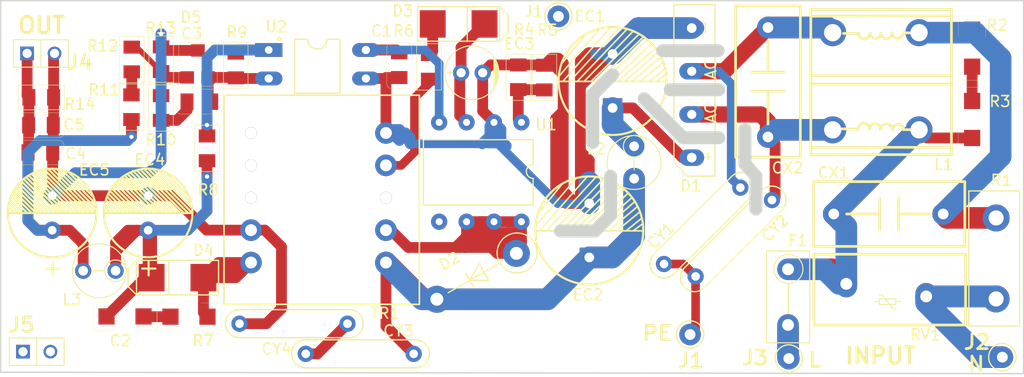
<source format=kicad_pcb>
(kicad_pcb (version 20171130) (host pcbnew "(5.1.4)-1")

  (general
    (thickness 1.6)
    (drawings 19)
    (tracks 325)
    (zones 0)
    (modules 49)
    (nets 32)
  )

  (page A4)
  (layers
    (0 F.Cu signal)
    (31 B.Cu signal)
    (32 B.Adhes user)
    (33 F.Adhes user)
    (34 B.Paste user)
    (35 F.Paste user)
    (36 B.SilkS user)
    (37 F.SilkS user)
    (38 B.Mask user)
    (39 F.Mask user)
    (40 Dwgs.User user)
    (41 Cmts.User user)
    (42 Eco1.User user)
    (43 Eco2.User user)
    (44 Edge.Cuts user)
    (45 Margin user)
    (46 B.CrtYd user)
    (47 F.CrtYd user)
    (48 B.Fab user)
    (49 F.Fab user hide)
  )

  (setup
    (last_trace_width 0.25)
    (user_trace_width 0.2)
    (user_trace_width 0.4)
    (user_trace_width 0.5)
    (user_trace_width 0.8)
    (user_trace_width 1)
    (user_trace_width 1.5)
    (user_trace_width 2)
    (trace_clearance 0.2)
    (zone_clearance 0.508)
    (zone_45_only no)
    (trace_min 0.2)
    (via_size 0.7)
    (via_drill 0.4)
    (via_min_size 0.4)
    (via_min_drill 0.3)
    (uvia_size 0.3)
    (uvia_drill 0.1)
    (uvias_allowed no)
    (uvia_min_size 0.2)
    (uvia_min_drill 0.1)
    (edge_width 1.2)
    (segment_width 0.2)
    (pcb_text_width 0.3)
    (pcb_text_size 1.5 1.5)
    (mod_edge_width 0.12)
    (mod_text_size 1 1)
    (mod_text_width 0.15)
    (pad_size 2 2)
    (pad_drill 1)
    (pad_to_mask_clearance 0.051)
    (solder_mask_min_width 0.25)
    (aux_axis_origin 0 0)
    (visible_elements 7FFFFFFF)
    (pcbplotparams
      (layerselection 0x010fc_ffffffff)
      (usegerberextensions false)
      (usegerberattributes false)
      (usegerberadvancedattributes false)
      (creategerberjobfile false)
      (excludeedgelayer true)
      (linewidth 0.100000)
      (plotframeref false)
      (viasonmask false)
      (mode 1)
      (useauxorigin false)
      (hpglpennumber 1)
      (hpglpenspeed 20)
      (hpglpendiameter 15.000000)
      (psnegative false)
      (psa4output false)
      (plotreference true)
      (plotvalue true)
      (plotinvisibletext false)
      (padsonsilk false)
      (subtractmaskfromsilk false)
      (outputformat 3)
      (mirror false)
      (drillshape 0)
      (scaleselection 1)
      (outputdirectory "222"))
  )

  (net 0 "")
  (net 1 "Net-(CX1-Pad1)")
  (net 2 /AC_N)
  (net 3 "Net-(CX2-Pad1)")
  (net 4 "Net-(CX2-Pad2)")
  (net 5 /PE)
  (net 6 "Net-(CY3-Pad1)")
  (net 7 /AC_L)
  (net 8 GNDA)
  (net 9 GNDD)
  (net 10 +12VA)
  (net 11 "Net-(CY3-Pad2)")
  (net 12 "Net-(D5-Pad1)")
  (net 13 "Net-(C1-Pad1)")
  (net 14 "Net-(CX1-Pad2)")
  (net 15 "Net-(D3-Pad2)")
  (net 16 "Net-(D4-Pad2)")
  (net 17 "Net-(J5-Pad1)")
  (net 18 "Net-(C2-Pad1)")
  (net 19 "Net-(C2-Pad2)")
  (net 20 "Net-(C3-Pad2)")
  (net 21 "Net-(C3-Pad1)")
  (net 22 "Net-(D1-Pad3)")
  (net 23 "Net-(D2-Pad2)")
  (net 24 "Net-(D3-Pad1)")
  (net 25 "Net-(J5-Pad2)")
  (net 26 "Net-(R2-Pad1)")
  (net 27 "Net-(R4-Pad1)")
  (net 28 "Net-(R6-Pad2)")
  (net 29 "Net-(R8-Pad2)")
  (net 30 "Net-(R11-Pad2)")
  (net 31 "Net-(U1-Pad5)")

  (net_class Default 这是默认网络类。
    (clearance 0.2)
    (trace_width 0.25)
    (via_dia 0.7)
    (via_drill 0.4)
    (uvia_dia 0.3)
    (uvia_drill 0.1)
    (add_net +12VA)
    (add_net /AC_L)
    (add_net /AC_N)
    (add_net /PE)
    (add_net GNDA)
    (add_net GNDD)
    (add_net "Net-(C1-Pad1)")
    (add_net "Net-(C2-Pad1)")
    (add_net "Net-(C2-Pad2)")
    (add_net "Net-(C3-Pad1)")
    (add_net "Net-(C3-Pad2)")
    (add_net "Net-(CX1-Pad1)")
    (add_net "Net-(CX1-Pad2)")
    (add_net "Net-(CX2-Pad1)")
    (add_net "Net-(CX2-Pad2)")
    (add_net "Net-(CY3-Pad1)")
    (add_net "Net-(CY3-Pad2)")
    (add_net "Net-(D1-Pad3)")
    (add_net "Net-(D2-Pad2)")
    (add_net "Net-(D3-Pad1)")
    (add_net "Net-(D3-Pad2)")
    (add_net "Net-(D4-Pad2)")
    (add_net "Net-(D5-Pad1)")
    (add_net "Net-(J5-Pad1)")
    (add_net "Net-(J5-Pad2)")
    (add_net "Net-(R11-Pad2)")
    (add_net "Net-(R2-Pad1)")
    (add_net "Net-(R4-Pad1)")
    (add_net "Net-(R6-Pad2)")
    (add_net "Net-(R8-Pad2)")
    (add_net "Net-(U1-Pad5)")
  )

  (net_class gnd ""
    (clearance 0.4)
    (trace_width 0.25)
    (via_dia 0.8)
    (via_drill 0.4)
    (uvia_dia 0.3)
    (uvia_drill 0.1)
  )

  (module MenRed_Library_CON:CON_DIP_1X1PIN (layer F.Cu) (tedit 60B62834) (tstamp 60D14BFB)
    (at 131.064 70.5485)
    (path /6251B13D)
    (attr smd)
    (fp_text reference J1 (at -2.286 -0.4445 unlocked) (layer F.SilkS)
      (effects (font (size 1 1) (thickness 0.15)))
    )
    (fp_text value PE (at -3.048 -0.127 unlocked) (layer F.Fab) hide
      (effects (font (size 1.332992 1.40208) (thickness 0.254)))
    )
    (fp_circle (center 0 0) (end 0.762 1.016) (layer F.SilkS) (width 0.12))
    (pad 1 thru_hole oval (at 0 0) (size 2 2) (drill 1) (layers *.Cu *.Mask))
  )

  (module MenRed_Library_CON:CON_DIP_1X2PIN_2.54MM (layer F.Cu) (tedit 5DDC8464) (tstamp 60D15506)
    (at 81.5975 101.4095)
    (path /612486F2)
    (attr smd)
    (fp_text reference J5 (at -0.254 -2.286 unlocked) (layer F.SilkS)
      (effects (font (size 1.332992 1.40208) (thickness 0.254)))
    )
    (fp_text value 1X2P.2.54MM (at 2.413 3.175 unlocked) (layer F.Fab) hide
      (effects (font (size 1.332992 1.40208) (thickness 0.254)))
    )
    (fp_line (start 3.683 -1.0795) (end -1.397 -1.0795) (layer F.SilkS) (width 0.1))
    (fp_line (start 3.683 1.4605) (end 3.683 -1.0795) (layer F.SilkS) (width 0.1))
    (fp_line (start -1.397 1.4605) (end -1.397 -1.0795) (layer F.SilkS) (width 0.1))
    (fp_line (start 3.683 1.4605) (end -1.397 1.4605) (layer F.SilkS) (width 0.1))
    (fp_line (start 1.143 1.4605) (end 1.143 -1.0795) (layer F.SilkS) (width 0.1))
    (pad 1 thru_hole rect (at -0.127 0.1905) (size 1.27 1.27) (drill 0.85) (layers *.Cu *.Mask)
      (net 17 "Net-(J5-Pad1)"))
    (pad 2 thru_hole circle (at 2.413 0.1905) (size 1.27 1.27) (drill 0.85) (layers *.Cu *.Mask)
      (net 25 "Net-(J5-Pad2)"))
  )

  (module MenRed_Library_CON:CON_DIP_1X2PIN_2.54MM (layer F.Cu) (tedit 5DDC8464) (tstamp 60D14B76)
    (at 81.9785 73.787)
    (path /61236E41)
    (attr smd)
    (fp_text reference J4 (at 4.7625 1.016 unlocked) (layer F.SilkS)
      (effects (font (size 1.332992 1.40208) (thickness 0.254)))
    )
    (fp_text value 1X2P.2.54MM (at 2.413 3.175 unlocked) (layer F.Fab) hide
      (effects (font (size 1.332992 1.40208) (thickness 0.254)))
    )
    (fp_line (start 3.683 -1.0795) (end -1.397 -1.0795) (layer F.SilkS) (width 0.1))
    (fp_line (start 3.683 1.4605) (end 3.683 -1.0795) (layer F.SilkS) (width 0.1))
    (fp_line (start -1.397 1.4605) (end -1.397 -1.0795) (layer F.SilkS) (width 0.1))
    (fp_line (start 3.683 1.4605) (end -1.397 1.4605) (layer F.SilkS) (width 0.1))
    (fp_line (start 1.143 1.4605) (end 1.143 -1.0795) (layer F.SilkS) (width 0.1))
    (pad 1 thru_hole rect (at -0.127 0.1905) (size 1.27 1.27) (drill 0.85) (layers *.Cu *.Mask)
      (net 10 +12VA))
    (pad 2 thru_hole circle (at 2.413 0.1905) (size 1.27 1.27) (drill 0.85) (layers *.Cu *.Mask)
      (net 8 GNDA))
  )

  (module MenRed_Library_CON:CON_DIP_1X1PIN (layer F.Cu) (tedit 60B62834) (tstamp 60D13D45)
    (at 152.4 102.235)
    (path /61225FAB)
    (attr smd)
    (fp_text reference J3 (at -3.1115 -0.0635 unlocked) (layer F.SilkS)
      (effects (font (size 1.332992 1.40208) (thickness 0.254)))
    )
    (fp_text value L (at 2.413 0.127 unlocked) (layer F.SilkS)
      (effects (font (size 1.332992 1.40208) (thickness 0.254)))
    )
    (fp_circle (center 0 0) (end 0.762 1.016) (layer F.SilkS) (width 0.12))
    (pad 1 thru_hole oval (at 0 0) (size 2 2) (drill 1) (layers *.Cu *.Mask)
      (net 7 /AC_L))
  )

  (module MenRed_Library_CON:CON_DIP_1X1PIN (layer F.Cu) (tedit 60D15107) (tstamp 60D13D3F)
    (at 172.18 102.108)
    (path /61226DCF)
    (attr smd)
    (fp_text reference J2 (at -2.3495 -1.397 unlocked) (layer F.SilkS)
      (effects (font (size 1.332992 1.40208) (thickness 0.254)))
    )
    (fp_text value N (at -2.413 0.635 unlocked) (layer F.SilkS)
      (effects (font (size 1.332992 1.40208) (thickness 0.254)))
    )
    (fp_circle (center 0 0) (end 0.762 1.016) (layer F.SilkS) (width 0.12))
    (pad 1 thru_hole oval (at 0 0) (size 2 2) (drill 1) (layers *.Cu *.Mask)
      (net 2 /AC_N))
  )

  (module MenRed_Library_DIODE:D.DIP.PKC136.DO-41 (layer F.Cu) (tedit 60C0591B) (tstamp 60C91241)
    (at 122.8344 94.996 30)
    (path /6035A1AA)
    (fp_text reference D2 (at -0.727783 -2.473243 30) (layer F.SilkS)
      (effects (font (size 1 1) (thickness 0.15)))
    )
    (fp_text value D.DIP.PKC-136 (at -0.0508 2.921 30) (layer F.Fab) hide
      (effects (font (size 1 1) (thickness 0.15)))
    )
    (fp_line (start 1.524 0.889) (end 0 0) (layer F.SilkS) (width 0.12))
    (fp_line (start 1.524 -0.889) (end 1.524 0.889) (layer F.SilkS) (width 0.12))
    (fp_line (start 0 0) (end 1.524 -0.889) (layer F.SilkS) (width 0.12))
    (fp_line (start 0 -0.762) (end 0 0.762) (layer F.SilkS) (width 0.12))
    (fp_line (start 3.230853 0) (end -2.286 0) (layer F.SilkS) (width 0.12))
    (fp_circle (center 5.08 0) (end 5.588 1.778) (layer F.SilkS) (width 0.12))
    (pad 1 thru_hole circle (at -3.5 0 30) (size 2.5 2.5) (drill 1.2) (layers *.Cu *.Mask)
      (net 11 "Net-(CY3-Pad2)") (solder_mask_margin 0.1016))
    (pad 2 thru_hole circle (at 5 0 30) (size 2.5 2.5) (drill 1.2) (layers *.Cu *.Mask)
      (net 23 "Net-(D2-Pad2)") (solder_mask_margin 0.1016))
    (model ${KISYS3DMOD}/Diode_THT.3dshapes/D_DO-41_SOD81_P10.16mm_Horizontal.step
      (offset (xyz -5 0 0))
      (scale (xyz 1 1 1))
      (rotate (xyz 0 0 0))
    )
  )

  (module MenRed_Library_DIODE:D.SMT.KBP310G (layer F.Cu) (tedit 60C2FC99) (tstamp 60C91214)
    (at 143.4084 77.724 90)
    (path /5FA5E5EB)
    (fp_text reference D1 (at -8.509 -0.0889 180) (layer F.SilkS)
      (effects (font (size 1 1) (thickness 0.15)))
    )
    (fp_text value KBP310G (at 0.762 3.81 90) (layer F.Fab)
      (effects (font (size 1 1) (thickness 0.15)))
    )
    (fp_text user AC (at 2.286 1.778 90) (layer F.SilkS)
      (effects (font (size 1 1) (thickness 0.15)))
    )
    (fp_text user AC (at -1.778 1.778 90) (layer F.SilkS)
      (effects (font (size 1 1) (thickness 0.15)))
    )
    (fp_line (start 5.588 1.27) (end 6.604 1.27) (layer F.SilkS) (width 0.12))
    (fp_line (start -5.842 1.27) (end -5.842 1.778) (layer F.SilkS) (width 0.12))
    (fp_line (start -6.096 1.524) (end -5.461 1.524) (layer F.SilkS) (width 0.12))
    (fp_line (start -6.35 -1.651) (end -7.62 -0.381) (layer F.SilkS) (width 0.12))
    (fp_line (start -7.62 2.159) (end -7.62 -0.381) (layer F.SilkS) (width 0.12))
    (fp_line (start 8.255 2.159) (end -7.62 2.159) (layer F.SilkS) (width 0.12))
    (fp_line (start 8.255 -1.651) (end 8.255 2.159) (layer F.SilkS) (width 0.12))
    (fp_line (start -6.35 -1.651) (end 8.255 -1.651) (layer F.SilkS) (width 0.12))
    (pad 4 thru_hole oval (at 6.095 0 90) (size 1.524 2.3) (drill 0.9) (layers *.Cu *.Mask)
      (net 9 GNDD))
    (pad 1 thru_hole oval (at 2.095 0 90) (size 1.524 2.3) (drill 0.85) (layers *.Cu *.Mask)
      (net 4 "Net-(CX2-Pad2)"))
    (pad 2 thru_hole oval (at -1.905 0 90) (size 1.524 2.3) (drill 0.85) (layers *.Cu *.Mask)
      (net 3 "Net-(CX2-Pad1)"))
    (pad 3 thru_hole oval (at -5.905 0 90) (size 1.524 2.3) (drill 0.9) (layers *.Cu *.Mask)
      (net 22 "Net-(D1-Pad3)"))
  )

  (module MenRed_Library_FUSE:FUSE.DIP.10D-9 (layer F.Cu) (tedit 60B05C1E) (tstamp 60C911F1)
    (at 171.6024 92.964 90)
    (path /62D4B67D)
    (fp_text reference R1 (at 7.239 0.4826 180) (layer F.SilkS)
      (effects (font (size 1 1) (thickness 0.15)))
    )
    (fp_text value RES.NTC.5D-13 (at 0.4445 3.683 90) (layer F.Fab)
      (effects (font (size 1 1) (thickness 0.15)))
    )
    (fp_line (start 6.25 2.173) (end 6.25 -2.527) (layer F.SilkS) (width 0.12))
    (fp_line (start -6.25 2.173) (end -6.25 -2.527) (layer F.SilkS) (width 0.12))
    (fp_line (start -6.25 -2.527) (end 6.25 -2.527) (layer F.SilkS) (width 0.12))
    (fp_line (start -6.25 2.173) (end 6.25 2.173) (layer F.SilkS) (width 0.12))
    (pad 2 thru_hole circle (at 3.75 0 90) (size 2.5 2.5) (drill 1.4) (layers *.Cu *.Mask)
      (net 14 "Net-(CX1-Pad2)") (solder_mask_margin 0.1016))
    (pad 1 thru_hole circle (at -3.75 0 90) (size 2.5 2.5) (drill 1.4) (layers *.Cu *.Mask)
      (net 2 /AC_N) (solder_mask_margin 0.1016))
  )

  (module MenRed_Library_OPTO:OPTO.DIP.PC817B (layer F.Cu) (tedit 5F73E0A4) (tstamp 60C91166)
    (at 108.6104 75.057)
    (path /92BD16D0)
    (fp_text reference U2 (at -3.683 -3.556) (layer F.SilkS)
      (effects (font (size 1 1) (thickness 0.15)))
    )
    (fp_text value PC817B (at 0.127 3.8735) (layer F.Fab)
      (effects (font (size 1 1) (thickness 0.15)))
    )
    (fp_circle (center -3.3815 -2.397) (end -3.2815 -2.497) (layer F.SilkS) (width 0.12))
    (fp_arc (start 0.1185 -2.397) (end -0.7815 -2.397) (angle -180) (layer F.SilkS) (width 0.12))
    (fp_line (start 1.0185 -2.397) (end 2.2185 -2.397) (layer F.SilkS) (width 0.12))
    (fp_line (start 2.2185 2.603) (end 2.2185 -2.397) (layer F.SilkS) (width 0.12))
    (fp_line (start -1.9815 2.603) (end 2.2185 2.603) (layer F.SilkS) (width 0.12))
    (fp_line (start -1.9815 -2.397) (end -1.9815 2.603) (layer F.SilkS) (width 0.12))
    (fp_line (start -1.9815 -2.397) (end -0.7815 -2.397) (layer F.SilkS) (width 0.12))
    (pad 3 thru_hole oval (at 4.6185 1.243) (size 2.54 1.27) (drill 0.762) (layers *.Cu *.Mask)
      (net 9 GNDD) (solder_mask_margin 0.1016))
    (pad 2 thru_hole oval (at -4.3815 1.243) (size 2.54 1.27) (drill 0.762) (layers *.Cu *.Mask)
      (net 21 "Net-(C3-Pad1)") (solder_mask_margin 0.1016))
    (pad 4 thru_hole oval (at 4.6185 -1.397) (size 2.54 1.27) (drill 0.762) (layers *.Cu *.Mask)
      (net 13 "Net-(C1-Pad1)") (solder_mask_margin 0.1016))
    (pad 1 thru_hole rect (at -4.3815 -1.397) (size 2.54 1.27) (drill 0.7112) (layers *.Cu *.Mask)
      (net 29 "Net-(R8-Pad2)") (solder_mask_margin 0.1016))
  )

  (module MenRed_Library_IC:IC_DIP-8-PN6047 (layer F.Cu) (tedit 5F6A9CB4) (tstamp 60C911C6)
    (at 123.8504 84.963 270)
    (path /614A0DE1)
    (attr smd)
    (fp_text reference U1 (at -4.3815 -6.0706 180) (layer F.SilkS)
      (effects (font (size 1 1) (thickness 0.15)))
    )
    (fp_text value PN6047H.SOP-8 (at -3.6068 -6.5786 90) (layer F.Fab)
      (effects (font (size 1 1) (thickness 0.15)))
    )
    (fp_arc (start -0.0508 -4.8768) (end -0.6858 -4.8768) (angle -180) (layer F.SilkS) (width 0.12))
    (fp_line (start 0.5842 -4.8641) (end 2.9972 -4.8641) (layer F.SilkS) (width 0.12))
    (fp_line (start -2.9972 -4.8641) (end -0.6604 -4.8641) (layer F.SilkS) (width 0.12))
    (fp_line (start -2.9718 5.2954) (end 3.048 5.2954) (layer F.SilkS) (width 0.12))
    (fp_line (start -2.9972 -4.8641) (end -2.9972 5.3086) (layer F.SilkS) (width 0.12))
    (fp_line (start 3.048 -4.8514) (end 3.048 5.2954) (layer F.SilkS) (width 0.12))
    (pad 8 thru_hole circle (at 4.6 -3.7846) (size 1.5 1.5) (drill 0.65) (layers *.Cu *.Mask)
      (net 23 "Net-(D2-Pad2)") (solder_mask_margin 0.1016))
    (pad 7 thru_hole circle (at 4.6 -1.2446) (size 1.5 1.5) (drill 0.65) (layers *.Cu *.Mask)
      (net 23 "Net-(D2-Pad2)") (solder_mask_margin 0.1016))
    (pad 6 thru_hole circle (at 4.6 1.2954) (size 1.5 1.5) (drill 0.65) (layers *.Cu *.Mask)
      (net 23 "Net-(D2-Pad2)") (solder_mask_margin 0.1016))
    (pad 5 thru_hole circle (at 4.6 3.8354) (size 1.5 1.5) (drill 0.65) (layers *.Cu *.Mask)
      (net 31 "Net-(U1-Pad5)") (solder_mask_margin 0.1016))
    (pad 4 thru_hole circle (at -4.6 3.8354) (size 1.5 1.5) (drill 0.65) (layers *.Cu *.Mask)
      (net 13 "Net-(C1-Pad1)") (solder_mask_margin 0.1016))
    (pad 3 thru_hole circle (at -4.6 1.2954) (size 1.5 1.5) (drill 0.65) (layers *.Cu *.Mask)
      (net 24 "Net-(D3-Pad1)") (solder_mask_margin 0.1016))
    (pad 2 thru_hole circle (at -4.6 -1.2446) (size 1.5 1.5) (drill 0.65) (layers *.Cu *.Mask)
      (net 9 GNDD) (solder_mask_margin 0.1016))
    (pad 1 thru_hole circle (at -4.6 -3.7846) (size 1.5 1.5) (drill 0.65) (layers *.Cu *.Mask)
      (net 27 "Net-(R4-Pad1)") (solder_mask_margin 0.1016))
  )

  (module MenRed_Library_L:L_TRANS_DIP_EE19_PN6047_9W (layer F.Cu) (tedit 5F6AA137) (tstamp 60C91193)
    (at 109.2454 87.503 180)
    (path /602EC3D4)
    (attr smd)
    (fp_text reference TR1 (at -5.7658 -10.541 unlocked) (layer F.SilkS)
      (effects (font (size 1 1) (thickness 0.15)))
    )
    (fp_text value EE19.PN6047.9W (at 0.254 11.684 180 unlocked) (layer F.Fab) hide
      (effects (font (size 1 1) (thickness 0.15)))
    )
    (fp_line (start 9.144 -9.714) (end -8.936 -9.714) (layer F.SilkS) (width 0.15))
    (fp_line (start 9.158 9.652) (end 9.158 -9.714) (layer F.SilkS) (width 0.15))
    (fp_line (start -8.936 9.658) (end 9.144 9.658) (layer F.SilkS) (width 0.15))
    (fp_line (start -8.936 -9.714) (end -8.936 9.658) (layer F.SilkS) (width 0.15))
    (pad 9 thru_hole circle (at 6.658 -2.842 180) (size 2 2) (drill 1.1) (layers *.Cu *.Mask)
      (net 8 GNDA))
    (pad 7 thru_hole circle (at 6.658 3.158 180) (size 1.1 1.1) (drill 1.1) (layers *.Cu *.Mask))
    (pad 6 thru_hole circle (at 6.658 6.158 180) (size 1.1 1.1) (drill 1.1) (layers *.Cu *.Mask))
    (pad 2 thru_hole circle (at -5.842 -2.842 180) (size 2 2) (drill 1.1) (layers *.Cu *.Mask)
      (net 23 "Net-(D2-Pad2)"))
    (pad 8 thru_hole circle (at 6.658 0.158 270) (size 1.1 1.1) (drill 1.1) (layers *.Cu *.Mask))
    (pad 5 thru_hole circle (at -5.842 6.158 270) (size 2 2) (drill 1.1) (layers *.Cu *.Mask)
      (net 9 GNDD))
    (pad 4 thru_hole circle (at -5.842 3.158 270) (size 2 2) (drill 1.1) (layers *.Cu *.Mask)
      (net 28 "Net-(R6-Pad2)"))
    (pad 3 thru_hole circle (at -5.842 0.158 270) (size 1.1 1.1) (drill 1.1) (layers *.Cu *.Mask))
    (pad 10 thru_hole circle (at 6.658 -5.842 270) (size 2 2) (drill 1.1) (layers *.Cu *.Mask)
      (net 16 "Net-(D4-Pad2)"))
    (pad 1 thru_hole circle (at -5.842 -5.842 270) (size 2 2) (drill 1.1) (layers *.Cu *.Mask)
      (net 11 "Net-(CY3-Pad2)"))
  )

  (module MenRed_Library_RES:RES.DIP.RV.TDK471KD14 (layer F.Cu) (tedit 5DD8A24F) (tstamp 60C9112E)
    (at 161.671 90.424 180)
    (path /5EEBC569)
    (fp_text reference RV1 (at -3.3641 -9.617) (layer F.SilkS)
      (effects (font (size 1 1) (thickness 0.15)))
    )
    (fp_text value TDK471KD14 (at 0 -0.5) (layer F.Fab)
      (effects (font (size 1 1) (thickness 0.15)))
    )
    (fp_line (start -7.101 -2.1508) (end 6.948 -2.1508) (layer F.SilkS) (width 0.254))
    (fp_line (start 6.948 -2.1508) (end 6.948 -4.259) (layer F.SilkS) (width 0.254))
    (fp_line (start 0.8873 -6.545) (end 1.3953 -6.545) (layer F.SilkS) (width 0.1))
    (fp_line (start -0.6367 -6.799) (end 0.8873 -6.799) (layer F.SilkS) (width 0.1))
    (fp_line (start -7.101 -8.704) (end 6.948 -8.704) (layer F.SilkS) (width 0.254))
    (fp_line (start 0.8873 -6.799) (end 0.8873 -6.291) (layer F.SilkS) (width 0.1))
    (fp_line (start -0.6367 -6.29099) (end 0.8873 -6.291) (layer F.SilkS) (width 0.1))
    (fp_line (start -0.6367 -7.18) (end -0.3827 -7.18) (layer F.SilkS) (width 0.1))
    (fp_line (start 0.6333 -5.91) (end 0.8873 -5.91) (layer F.SilkS) (width 0.1))
    (fp_line (start -0.3827 -7.18) (end 0.6333 -5.91) (layer F.SilkS) (width 0.1))
    (fp_line (start 6.948 -4.259) (end 6.948 -8.704) (layer F.SilkS) (width 0.254))
    (fp_line (start -0.6367 -6.29099) (end -0.6367 -6.799) (layer F.SilkS) (width 0.1))
    (fp_line (start -1.14471 -6.545) (end -0.6367 -6.545) (layer F.SilkS) (width 0.1))
    (fp_line (start -7.101 -7.561) (end -7.101 -8.704) (layer F.SilkS) (width 0.254))
    (fp_line (start -7.101 -3.37) (end -7.101 -7.561) (layer F.SilkS) (width 0.254))
    (fp_line (start -7.101 -2.1508) (end -7.101 -3.37) (layer F.SilkS) (width 0.254))
    (pad 2 thru_hole oval (at 3.948 -4.894 90) (size 2.5 2) (drill 1.1) (layers *.Cu *.Mask)
      (net 1 "Net-(CX1-Pad1)"))
    (pad 1 thru_hole oval (at -3.453 -6.061 90) (size 2.5 2) (drill 1.1) (layers *.Cu *.Mask)
      (net 2 /AC_N))
  )

  (module MenRed_Library_RES:RES.SMT.0805 (layer F.Cu) (tedit 5EA3C48C) (tstamp 60D15E75)
    (at 83.1215 78.105)
    (path /68AB82F5)
    (fp_text reference R14 (at 3.6195 0.5715) (layer F.SilkS)
      (effects (font (size 1 1) (thickness 0.15)))
    )
    (fp_text value 10k.0805 (at 0.2286 2.2098) (layer F.Fab)
      (effects (font (size 1 1) (thickness 0.15)))
    )
    (fp_line (start -2.1082 -1.1938) (end 2.1844 -1.1938) (layer F.SilkS) (width 0.05))
    (fp_line (start -2.1082 1.0922) (end 2.1844 1.0795) (layer F.SilkS) (width 0.05))
    (fp_line (start -2.1082 1.0922) (end -2.1082 -1.1938) (layer F.SilkS) (width 0.05))
    (fp_line (start 2.1844 1.0668) (end 2.1844 -1.1938) (layer F.SilkS) (width 0.05))
    (pad 2 smd rect (at 1.1811 -0.0635) (size 1.2 1.524) (layers F.Cu F.Paste F.Mask)
      (net 8 GNDA) (solder_mask_margin 0.1016))
    (pad 1 smd rect (at -1.1049 -0.0635) (size 1.2 1.524) (layers F.Cu F.Paste F.Mask)
      (net 10 +12VA) (solder_mask_margin 0.1016))
    (model ${KISYS3DMOD}/Resistor_SMD.3dshapes/R_0805_2012Metric.step
      (at (xyz 0 0 0))
      (scale (xyz 1 1 1))
      (rotate (xyz 0 0 0))
    )
  )

  (module MenRed_Library_RES:RES.SMT.0805 (layer F.Cu) (tedit 5EA3C48C) (tstamp 60C910EC)
    (at 94.3229 74.549 90)
    (path /92BD17E5)
    (fp_text reference R13 (at 2.921 -0.0889 180) (layer F.SilkS)
      (effects (font (size 1 1) (thickness 0.15)))
    )
    (fp_text value 10k.0805 (at 0.2286 2.2098 90) (layer F.Fab)
      (effects (font (size 1 1) (thickness 0.15)))
    )
    (fp_line (start -2.1082 -1.1938) (end 2.1844 -1.1938) (layer F.SilkS) (width 0.05))
    (fp_line (start -2.1082 1.0922) (end 2.1844 1.0795) (layer F.SilkS) (width 0.05))
    (fp_line (start -2.1082 1.0922) (end -2.1082 -1.1938) (layer F.SilkS) (width 0.05))
    (fp_line (start 2.1844 1.0668) (end 2.1844 -1.1938) (layer F.SilkS) (width 0.05))
    (pad 2 smd rect (at 1.1811 -0.0635 90) (size 1.2 1.524) (layers F.Cu F.Paste F.Mask)
      (net 8 GNDA) (solder_mask_margin 0.1016))
    (pad 1 smd rect (at -1.1049 -0.0635 90) (size 1.2 1.524) (layers F.Cu F.Paste F.Mask)
      (net 12 "Net-(D5-Pad1)") (solder_mask_margin 0.1016))
    (model ${KISYS3DMOD}/Resistor_SMD.3dshapes/R_0805_2012Metric.step
      (at (xyz 0 0 0))
      (scale (xyz 1 1 1))
      (rotate (xyz 0 0 0))
    )
  )

  (module MenRed_Library_RES:RES.SMT.0805 (layer F.Cu) (tedit 5EA3C48C) (tstamp 60C910D1)
    (at 91.6051 74.5744 90)
    (path /69FD11A3)
    (fp_text reference R12 (at 1.2954 -2.7686 180) (layer F.SilkS)
      (effects (font (size 1 1) (thickness 0.15)))
    )
    (fp_text value 18k.0805 (at 0.2286 2.2098 90) (layer F.Fab)
      (effects (font (size 1 1) (thickness 0.15)))
    )
    (fp_line (start -2.1082 -1.1938) (end 2.1844 -1.1938) (layer F.SilkS) (width 0.05))
    (fp_line (start -2.1082 1.0922) (end 2.1844 1.0795) (layer F.SilkS) (width 0.05))
    (fp_line (start -2.1082 1.0922) (end -2.1082 -1.1938) (layer F.SilkS) (width 0.05))
    (fp_line (start 2.1844 1.0668) (end 2.1844 -1.1938) (layer F.SilkS) (width 0.05))
    (pad 2 smd rect (at 1.1811 -0.0635 90) (size 1.2 1.524) (layers F.Cu F.Paste F.Mask)
      (net 12 "Net-(D5-Pad1)") (solder_mask_margin 0.1016))
    (pad 1 smd rect (at -1.1049 -0.0635 90) (size 1.2 1.524) (layers F.Cu F.Paste F.Mask)
      (net 30 "Net-(R11-Pad2)") (solder_mask_margin 0.1016))
    (model ${KISYS3DMOD}/Resistor_SMD.3dshapes/R_0805_2012Metric.step
      (at (xyz 0 0 0))
      (scale (xyz 1 1 1))
      (rotate (xyz 0 0 0))
    )
  )

  (module MenRed_Library_RES:RES.SMT.0805 (layer F.Cu) (tedit 5EA3C48C) (tstamp 60C910B6)
    (at 91.5797 78.994 90)
    (path /92BD17E2)
    (fp_text reference R11 (at 1.651 -2.6162 180) (layer F.SilkS)
      (effects (font (size 1 1) (thickness 0.15)))
    )
    (fp_text value 20k.0805 (at 0.2286 2.2098 90) (layer F.Fab)
      (effects (font (size 1 1) (thickness 0.15)))
    )
    (fp_line (start -2.1082 -1.1938) (end 2.1844 -1.1938) (layer F.SilkS) (width 0.05))
    (fp_line (start -2.1082 1.0922) (end 2.1844 1.0795) (layer F.SilkS) (width 0.05))
    (fp_line (start -2.1082 1.0922) (end -2.1082 -1.1938) (layer F.SilkS) (width 0.05))
    (fp_line (start 2.1844 1.0668) (end 2.1844 -1.1938) (layer F.SilkS) (width 0.05))
    (pad 2 smd rect (at 1.1811 -0.0635 90) (size 1.2 1.524) (layers F.Cu F.Paste F.Mask)
      (net 30 "Net-(R11-Pad2)") (solder_mask_margin 0.1016))
    (pad 1 smd rect (at -1.1049 -0.0635 90) (size 1.2 1.524) (layers F.Cu F.Paste F.Mask)
      (net 10 +12VA) (solder_mask_margin 0.1016))
    (model ${KISYS3DMOD}/Resistor_SMD.3dshapes/R_0805_2012Metric.step
      (at (xyz 0 0 0))
      (scale (xyz 1 1 1))
      (rotate (xyz 0 0 0))
    )
  )

  (module MenRed_Library_RES:RES.SMT.0805 (layer F.Cu) (tedit 5EA3C48C) (tstamp 60C9109B)
    (at 94.1959 78.994 270)
    (path /6797D32B)
    (fp_text reference R10 (at 2.9845 -0.0381 180) (layer F.SilkS)
      (effects (font (size 1 1) (thickness 0.15)))
    )
    (fp_text value 4.7k.0805 (at 0.2286 2.2098 90) (layer F.Fab)
      (effects (font (size 1 1) (thickness 0.15)))
    )
    (fp_line (start -2.1082 -1.1938) (end 2.1844 -1.1938) (layer F.SilkS) (width 0.05))
    (fp_line (start -2.1082 1.0922) (end 2.1844 1.0795) (layer F.SilkS) (width 0.05))
    (fp_line (start -2.1082 1.0922) (end -2.1082 -1.1938) (layer F.SilkS) (width 0.05))
    (fp_line (start 2.1844 1.0668) (end 2.1844 -1.1938) (layer F.SilkS) (width 0.05))
    (pad 2 smd rect (at 1.1811 -0.0635 270) (size 1.2 1.524) (layers F.Cu F.Paste F.Mask)
      (net 20 "Net-(C3-Pad2)") (solder_mask_margin 0.1016))
    (pad 1 smd rect (at -1.1049 -0.0635 270) (size 1.2 1.524) (layers F.Cu F.Paste F.Mask)
      (net 12 "Net-(D5-Pad1)") (solder_mask_margin 0.1016))
    (model ${KISYS3DMOD}/Resistor_SMD.3dshapes/R_0805_2012Metric.step
      (at (xyz 0 0 0))
      (scale (xyz 1 1 1))
      (rotate (xyz 0 0 0))
    )
  )

  (module MenRed_Library_RES:RES.SMT.0805 (layer F.Cu) (tedit 5EA3C48C) (tstamp 60C90FED)
    (at 101.1174 75.057 270)
    (path /92BD17E4)
    (fp_text reference R9 (at -3.048 -0.1651 180) (layer F.SilkS)
      (effects (font (size 1 1) (thickness 0.15)))
    )
    (fp_text value 1k.0805 (at 0.2286 2.2098 90) (layer F.Fab)
      (effects (font (size 1 1) (thickness 0.15)))
    )
    (fp_line (start -2.1082 -1.1938) (end 2.1844 -1.1938) (layer F.SilkS) (width 0.05))
    (fp_line (start -2.1082 1.0922) (end 2.1844 1.0795) (layer F.SilkS) (width 0.05))
    (fp_line (start -2.1082 1.0922) (end -2.1082 -1.1938) (layer F.SilkS) (width 0.05))
    (fp_line (start 2.1844 1.0668) (end 2.1844 -1.1938) (layer F.SilkS) (width 0.05))
    (pad 2 smd rect (at 1.1811 -0.0635 270) (size 1.2 1.524) (layers F.Cu F.Paste F.Mask)
      (net 21 "Net-(C3-Pad1)") (solder_mask_margin 0.1016))
    (pad 1 smd rect (at -1.1049 -0.0635 270) (size 1.2 1.524) (layers F.Cu F.Paste F.Mask)
      (net 29 "Net-(R8-Pad2)") (solder_mask_margin 0.1016))
    (model ${KISYS3DMOD}/Resistor_SMD.3dshapes/R_0805_2012Metric.step
      (at (xyz 0 0 0))
      (scale (xyz 1 1 1))
      (rotate (xyz 0 0 0))
    )
  )

  (module MenRed_Library_RES:RES.SMT.0805 (layer F.Cu) (tedit 5EA3C48C) (tstamp 60C90FD2)
    (at 98.5774 82.804 90)
    (path /92BD17A5)
    (fp_text reference R8 (at -3.81 0.0381 180) (layer F.SilkS)
      (effects (font (size 1 1) (thickness 0.15)))
    )
    (fp_text value 1k.0805 (at 0.2286 2.2098 90) (layer F.Fab)
      (effects (font (size 1 1) (thickness 0.15)))
    )
    (fp_line (start -2.1082 -1.1938) (end 2.1844 -1.1938) (layer F.SilkS) (width 0.05))
    (fp_line (start -2.1082 1.0922) (end 2.1844 1.0795) (layer F.SilkS) (width 0.05))
    (fp_line (start -2.1082 1.0922) (end -2.1082 -1.1938) (layer F.SilkS) (width 0.05))
    (fp_line (start 2.1844 1.0668) (end 2.1844 -1.1938) (layer F.SilkS) (width 0.05))
    (pad 2 smd rect (at 1.1811 -0.0635 90) (size 1.2 1.524) (layers F.Cu F.Paste F.Mask)
      (net 29 "Net-(R8-Pad2)") (solder_mask_margin 0.1016))
    (pad 1 smd rect (at -1.1049 -0.0635 90) (size 1.2 1.524) (layers F.Cu F.Paste F.Mask)
      (net 18 "Net-(C2-Pad1)") (solder_mask_margin 0.1016))
    (model ${KISYS3DMOD}/Resistor_SMD.3dshapes/R_0805_2012Metric.step
      (at (xyz 0 0 0))
      (scale (xyz 1 1 1))
      (rotate (xyz 0 0 0))
    )
  )

  (module MenRed_Library_RES:RES.SMT.1206 (layer F.Cu) (tedit 5EA3C499) (tstamp 60C91046)
    (at 96.7994 98.425)
    (path /6066F069)
    (fp_text reference R7 (at 1.3462 2.159) (layer F.SilkS)
      (effects (font (size 1 1) (thickness 0.15)))
    )
    (fp_text value 47R.1206 (at 0.3175 2.032) (layer F.Fab)
      (effects (font (size 1 1) (thickness 0.15)))
    )
    (fp_line (start 3.0284 1.2065) (end 3.0284 -1.3335) (layer F.SilkS) (width 0.02))
    (fp_line (start -2.9406 1.2065) (end -1.0356 1.2065) (layer F.SilkS) (width 0.02))
    (fp_line (start 1.1234 1.2065) (end 3.0284 1.2065) (layer F.SilkS) (width 0.02))
    (fp_line (start -2.9406 1.2065) (end -2.9406 -1.3335) (layer F.SilkS) (width 0.02))
    (fp_line (start -2.9406 -1.3335) (end -1.0356 -1.3335) (layer F.SilkS) (width 0.02))
    (fp_line (start 1.1234 -1.3335) (end 3.0284 -1.3335) (layer F.SilkS) (width 0.02))
    (pad 1 smd rect (at -1.6706 -0.0635) (size 1.5 1.5) (layers F.Cu F.Paste F.Mask)
      (net 19 "Net-(C2-Pad2)"))
    (pad 2 smd rect (at 1.7584 -0.0635) (size 1.5 1.5) (layers F.Cu F.Paste F.Mask)
      (net 16 "Net-(D4-Pad2)"))
    (model ${KISYS3DMOD}/Resistor_SMD.3dshapes/R_1206_3216Metric.step
      (at (xyz 0 0 0))
      (scale (xyz 1 1 1))
      (rotate (xyz 0 0 0))
    )
  )

  (module MenRed_Library_RES:RES.SMT.0805 (layer F.Cu) (tedit 5EA3C48C) (tstamp 60C91080)
    (at 119.0244 75.184 270)
    (path /5FB2D8E8)
    (fp_text reference R6 (at -3.302 2.3114 180) (layer F.SilkS)
      (effects (font (size 1 1) (thickness 0.15)))
    )
    (fp_text value 6R8.0805 (at 0.2286 2.2098 90) (layer F.Fab)
      (effects (font (size 1 1) (thickness 0.15)))
    )
    (fp_line (start -2.1082 -1.1938) (end 2.1844 -1.1938) (layer F.SilkS) (width 0.05))
    (fp_line (start -2.1082 1.0922) (end 2.1844 1.0795) (layer F.SilkS) (width 0.05))
    (fp_line (start -2.1082 1.0922) (end -2.1082 -1.1938) (layer F.SilkS) (width 0.05))
    (fp_line (start 2.1844 1.0668) (end 2.1844 -1.1938) (layer F.SilkS) (width 0.05))
    (pad 2 smd rect (at 1.1811 -0.0635 270) (size 1.2 1.524) (layers F.Cu F.Paste F.Mask)
      (net 28 "Net-(R6-Pad2)") (solder_mask_margin 0.1016))
    (pad 1 smd rect (at -1.1049 -0.0635 270) (size 1.2 1.524) (layers F.Cu F.Paste F.Mask)
      (net 15 "Net-(D3-Pad2)") (solder_mask_margin 0.1016))
    (model ${KISYS3DMOD}/Resistor_SMD.3dshapes/R_0805_2012Metric.step
      (at (xyz 0 0 0))
      (scale (xyz 1 1 1))
      (rotate (xyz 0 0 0))
    )
  )

  (module MenRed_Library_RES:RES.SMT.0805 (layer F.Cu) (tedit 5EA3C48C) (tstamp 60C91029)
    (at 129.8194 76.2508 90)
    (path /92BD179F)
    (fp_text reference R5 (at 4.4323 0.2286 180) (layer F.SilkS)
      (effects (font (size 1 1) (thickness 0.15)))
    )
    (fp_text value 2R7.0805 (at 0.2286 2.2098 90) (layer F.Fab)
      (effects (font (size 1 1) (thickness 0.15)))
    )
    (fp_line (start -2.1082 -1.1938) (end 2.1844 -1.1938) (layer F.SilkS) (width 0.05))
    (fp_line (start -2.1082 1.0922) (end 2.1844 1.0795) (layer F.SilkS) (width 0.05))
    (fp_line (start -2.1082 1.0922) (end -2.1082 -1.1938) (layer F.SilkS) (width 0.05))
    (fp_line (start 2.1844 1.0668) (end 2.1844 -1.1938) (layer F.SilkS) (width 0.05))
    (pad 2 smd rect (at 1.1811 -0.0635 90) (size 1.2 1.524) (layers F.Cu F.Paste F.Mask)
      (net 9 GNDD) (solder_mask_margin 0.1016))
    (pad 1 smd rect (at -1.1049 -0.0635 90) (size 1.2 1.524) (layers F.Cu F.Paste F.Mask)
      (net 27 "Net-(R4-Pad1)") (solder_mask_margin 0.1016))
    (model ${KISYS3DMOD}/Resistor_SMD.3dshapes/R_0805_2012Metric.step
      (at (xyz 0 0 0))
      (scale (xyz 1 1 1))
      (rotate (xyz 0 0 0))
    )
  )

  (module MenRed_Library_RES:RES.SMT.0805 (layer F.Cu) (tedit 5EA3C48C) (tstamp 60C91065)
    (at 127.4064 76.22286 90)
    (path /92BD17A0)
    (fp_text reference R4 (at 4.46786 0.4826 180) (layer F.SilkS)
      (effects (font (size 1 1) (thickness 0.15)))
    )
    (fp_text value 2R7.0805 (at 0.2286 2.2098 90) (layer F.Fab)
      (effects (font (size 1 1) (thickness 0.15)))
    )
    (fp_line (start -2.1082 -1.1938) (end 2.1844 -1.1938) (layer F.SilkS) (width 0.05))
    (fp_line (start -2.1082 1.0922) (end 2.1844 1.0795) (layer F.SilkS) (width 0.05))
    (fp_line (start -2.1082 1.0922) (end -2.1082 -1.1938) (layer F.SilkS) (width 0.05))
    (fp_line (start 2.1844 1.0668) (end 2.1844 -1.1938) (layer F.SilkS) (width 0.05))
    (pad 2 smd rect (at 1.1811 -0.0635 90) (size 1.2 1.524) (layers F.Cu F.Paste F.Mask)
      (net 9 GNDD) (solder_mask_margin 0.1016))
    (pad 1 smd rect (at -1.1049 -0.0635 90) (size 1.2 1.524) (layers F.Cu F.Paste F.Mask)
      (net 27 "Net-(R4-Pad1)") (solder_mask_margin 0.1016))
    (model ${KISYS3DMOD}/Resistor_SMD.3dshapes/R_0805_2012Metric.step
      (at (xyz 0 0 0))
      (scale (xyz 1 1 1))
      (rotate (xyz 0 0 0))
    )
  )

  (module MenRed_Library_RES:RES.SMT.1206 (layer F.Cu) (tedit 5EA3C499) (tstamp 60C9100A)
    (at 169.4434 80.137 90)
    (path /92BD16CA)
    (fp_text reference R3 (at 1.7145 2.5146 180) (layer F.SilkS)
      (effects (font (size 1 1) (thickness 0.15)))
    )
    (fp_text value 1M.1206 (at 0.3175 2.032 90) (layer F.Fab)
      (effects (font (size 1 1) (thickness 0.15)))
    )
    (fp_line (start 3.0284 1.2065) (end 3.0284 -1.3335) (layer F.SilkS) (width 0.02))
    (fp_line (start -2.9406 1.2065) (end -1.0356 1.2065) (layer F.SilkS) (width 0.02))
    (fp_line (start 1.1234 1.2065) (end 3.0284 1.2065) (layer F.SilkS) (width 0.02))
    (fp_line (start -2.9406 1.2065) (end -2.9406 -1.3335) (layer F.SilkS) (width 0.02))
    (fp_line (start -2.9406 -1.3335) (end -1.0356 -1.3335) (layer F.SilkS) (width 0.02))
    (fp_line (start 1.1234 -1.3335) (end 3.0284 -1.3335) (layer F.SilkS) (width 0.02))
    (pad 1 smd rect (at -1.6706 -0.0635 90) (size 1.5 1.5) (layers F.Cu F.Paste F.Mask)
      (net 1 "Net-(CX1-Pad1)"))
    (pad 2 smd rect (at 1.7584 -0.0635 90) (size 1.5 1.5) (layers F.Cu F.Paste F.Mask)
      (net 26 "Net-(R2-Pad1)"))
    (model ${KISYS3DMOD}/Resistor_SMD.3dshapes/R_1206_3216Metric.step
      (at (xyz 0 0 0))
      (scale (xyz 1 1 1))
      (rotate (xyz 0 0 0))
    )
  )

  (module MenRed_Library_RES:RES.SMT.1206 (layer F.Cu) (tedit 5EA3C499) (tstamp 60C90FB3)
    (at 169.4434 73.533 90)
    (path /92BD16CB)
    (fp_text reference R2 (at 2.159 2.2606 180) (layer F.SilkS)
      (effects (font (size 1 1) (thickness 0.15)))
    )
    (fp_text value 1M.1206 (at 0.3175 2.032 90) (layer F.Fab)
      (effects (font (size 1 1) (thickness 0.15)))
    )
    (fp_line (start 3.0284 1.2065) (end 3.0284 -1.3335) (layer F.SilkS) (width 0.02))
    (fp_line (start -2.9406 1.2065) (end -1.0356 1.2065) (layer F.SilkS) (width 0.02))
    (fp_line (start 1.1234 1.2065) (end 3.0284 1.2065) (layer F.SilkS) (width 0.02))
    (fp_line (start -2.9406 1.2065) (end -2.9406 -1.3335) (layer F.SilkS) (width 0.02))
    (fp_line (start -2.9406 -1.3335) (end -1.0356 -1.3335) (layer F.SilkS) (width 0.02))
    (fp_line (start 1.1234 -1.3335) (end 3.0284 -1.3335) (layer F.SilkS) (width 0.02))
    (pad 1 smd rect (at -1.6706 -0.0635 90) (size 1.5 1.5) (layers F.Cu F.Paste F.Mask)
      (net 26 "Net-(R2-Pad1)"))
    (pad 2 smd rect (at 1.7584 -0.0635 90) (size 1.5 1.5) (layers F.Cu F.Paste F.Mask)
      (net 14 "Net-(CX1-Pad2)"))
    (model ${KISYS3DMOD}/Resistor_SMD.3dshapes/R_1206_3216Metric.step
      (at (xyz 0 0 0))
      (scale (xyz 1 1 1))
      (rotate (xyz 0 0 0))
    )
  )

  (module MenRed_Library_L:L.PID.2.2mH (layer F.Cu) (tedit 5E86AB15) (tstamp 60C90CF2)
    (at 88.5444 94.107 180)
    (path /5FEBA9D5)
    (fp_text reference L3 (at 2.54 -2.667) (layer F.SilkS)
      (effects (font (size 1 1) (thickness 0.15)))
    )
    (fp_text value 3.3uH/1A (at 0.1 3.5) (layer F.Fab)
      (effects (font (size 1 1) (thickness 0.15)))
    )
    (fp_circle (center 0 0) (end 2.5 0) (layer F.SilkS) (width 0.1))
    (fp_circle (center -1.5 0) (end -0.5 0) (layer F.SilkS) (width 0.1))
    (fp_line (start -0.5 0) (end 0.7 0) (layer F.SilkS) (width 0.1))
    (pad 1 thru_hole circle (at -1.5 0 180) (size 1.5 1.5) (drill 0.9) (layers *.Cu *.Mask)
      (net 18 "Net-(C2-Pad1)"))
    (pad 2 thru_hole circle (at 1.5 0 180) (size 1.5 1.5) (drill 0.9) (layers *.Cu *.Mask)
      (net 10 +12VA))
  )

  (module MenRed_Library_L:L.PID.2.2mH (layer F.Cu) (tedit 5E86AB15) (tstamp 60C90E09)
    (at 138.0744 84.074 270)
    (path /92BD1786)
    (fp_text reference L2 (at -1.27 3.5179 180) (layer F.SilkS)
      (effects (font (size 1 1) (thickness 0.15)))
    )
    (fp_text value 1mH (at 0.1 3.5 90) (layer F.Fab)
      (effects (font (size 1 1) (thickness 0.15)))
    )
    (fp_circle (center 0 0) (end 2.5 0) (layer F.SilkS) (width 0.1))
    (fp_circle (center -1.5 0) (end -0.5 0) (layer F.SilkS) (width 0.1))
    (fp_line (start -0.5 0) (end 0.7 0) (layer F.SilkS) (width 0.1))
    (pad 1 thru_hole circle (at -1.5 0 270) (size 1.5 1.5) (drill 0.9) (layers *.Cu *.Mask)
      (net 22 "Net-(D1-Pad3)"))
    (pad 2 thru_hole circle (at 1.5 0 270) (size 1.5 1.5) (drill 0.9) (layers *.Cu *.Mask)
      (net 11 "Net-(CY3-Pad2)"))
  )

  (module MenRed_Library_L:L.DIP.JF1058T-3.5MH (layer F.Cu) (tedit 5F97D194) (tstamp 60C90D65)
    (at 161.1884 76.2 180)
    (path /5EEBE9EB)
    (fp_text reference L1 (at -5.5626 -8.0645) (layer F.SilkS)
      (effects (font (size 1 1) (thickness 0.15)))
    )
    (fp_text value 22mH.UU9.8 (at 0 -0.5) (layer F.Fab)
      (effects (font (size 1 1) (thickness 0.15)))
    )
    (fp_text user 22mH/UU9.8 (at 7.05904 -0.4266 90) (layer F.Fab)
      (effects (font (size 1 1) (thickness 0.15)))
    )
    (fp_line (start 3.725 4.075) (end 2.3 4.075) (layer F.SilkS) (width 0.254))
    (fp_line (start -1.80038 4.12724) (end -2.75039 4.12724) (layer F.SilkS) (width 0.254))
    (fp_arc (start -1.32578 -4.83744) (end -1.82578 -4.83744) (angle -180) (layer F.SilkS) (width 0.254))
    (fp_line (start 6.75 -7.14917) (end -6.27499 -7.14917) (layer F.SilkS) (width 0.254))
    (fp_line (start -6.27499 6.28743) (end -6.27499 -7.14917) (layer F.SilkS) (width 0.254))
    (fp_arc (start -0.25039 4.07723) (end 0.24961 4.07723) (angle -180) (layer F.SilkS) (width 0.254))
    (fp_arc (start -1.30038 4.12724) (end -0.80038 4.12724) (angle -180) (layer F.SilkS) (width 0.254))
    (fp_arc (start -0.27579 -4.78742) (end -0.77579 -4.78742) (angle -180) (layer F.SilkS) (width 0.254))
    (fp_line (start 6.775 -0.62137) (end -6.27499 -0.62137) (layer F.SilkS) (width 0.254))
    (fp_line (start -6.27499 -0.44357) (end -6.27499 -0.62137) (layer F.SilkS) (width 0.254))
    (fp_line (start -6.27499 -0.39277) (end -6.27499 -0.69757) (layer F.SilkS) (width 0.254))
    (fp_line (start -1.82578 -4.83744) (end -2.77579 -4.83744) (layer F.SilkS) (width 0.254))
    (fp_line (start 6.75 -6.475) (end -6.22502 -6.475) (layer F.SilkS) (width 0.254))
    (fp_line (start 6.75 6.28743) (end -6.27499 6.28743) (layer F.SilkS) (width 0.254))
    (fp_line (start 6.725 5.675) (end -6.27502 5.7) (layer F.SilkS) (width 0.254))
    (fp_line (start 6.75 6.35) (end 6.75 -7.15) (layer F.SilkS) (width 0.254))
    (fp_line (start 3.85 -4.762) (end 2.35 -4.8) (layer F.SilkS) (width 0.254))
    (fp_line (start 6.7 0.16603) (end -6.27499 0.16603) (layer F.SilkS) (width 0.254))
    (fp_arc (start 0.74962 4.10224) (end 1.24962 4.10224) (angle -180) (layer F.SilkS) (width 0.254))
    (fp_arc (start 1.79961 4.05223) (end 2.29961 4.05223) (angle -180) (layer F.SilkS) (width 0.254))
    (fp_arc (start 1.84921 -4.73742) (end 1.34921 -4.73742) (angle -180) (layer F.SilkS) (width 0.254))
    (fp_arc (start 0.79922 -4.78744) (end 0.29922 -4.78744) (angle -180) (layer F.SilkS) (width 0.254))
    (pad 1 thru_hole circle (at -3.275 4.1454 180) (size 2.5 2.5) (drill 1.6) (layers *.Cu *.Mask)
      (net 14 "Net-(CX1-Pad2)"))
    (pad 2 thru_hole circle (at -3.275 -4.8546 180) (size 2.5 2.5) (drill 1.6) (layers *.Cu *.Mask)
      (net 1 "Net-(CX1-Pad1)"))
    (pad 3 thru_hole circle (at 4.725 -4.8546 180) (size 2.5 2.5) (drill 1.6) (layers *.Cu *.Mask)
      (net 3 "Net-(CX2-Pad1)"))
    (pad 4 thru_hole circle (at 4.725 4.1454 180) (size 2.5 2.5) (drill 1.6) (layers *.Cu *.Mask)
      (net 4 "Net-(CX2-Pad2)"))
  )

  (module MenRed_Library_CON:CON_DIP_1X1PIN (layer F.Cu) (tedit 60B62834) (tstamp 60C3010B)
    (at 143.256 100.0125)
    (path /6251B13D)
    (attr smd)
    (fp_text reference J1 (at 0.0635 2.413 unlocked) (layer F.SilkS)
      (effects (font (size 1.332992 1.40208) (thickness 0.254)))
    )
    (fp_text value PE (at -3.048 -0.127 unlocked) (layer F.SilkS)
      (effects (font (size 1.332992 1.40208) (thickness 0.254)))
    )
    (fp_circle (center 0 0) (end 0.762 1.016) (layer F.SilkS) (width 0.12))
    (pad 1 thru_hole oval (at 0 0) (size 2 2) (drill 1) (layers *.Cu *.Mask)
      (net 5 /PE))
  )

  (module MenRed_Library_FUSE:FUSE.3.15A (layer F.Cu) (tedit 5DD89943) (tstamp 60C90C2F)
    (at 152.2984 96.52 90)
    (path /5EEBB205)
    (fp_text reference F1 (at 5.207 0.9271 180) (layer F.SilkS)
      (effects (font (size 1 1) (thickness 0.15)))
    )
    (fp_text value 10R_2W (at -0.127 3.6195 90) (layer F.Fab)
      (effects (font (size 1 1) (thickness 0.15)))
    )
    (fp_line (start 1.2065 0.0635) (end -1.5621 0.0635) (layer F.SilkS) (width 0.12))
    (fp_circle (center 2.5781 0.0635) (end 3.928129 0.0635) (layer F.SilkS) (width 0.1))
    (fp_line (start 4.2455 -1.9685) (end 4.2455 2.0315) (layer F.SilkS) (width 0.1))
    (fp_line (start -4.2545 2.0315) (end 4.2455 2.0315) (layer F.SilkS) (width 0.1))
    (fp_line (start -4.2545 -1.9685) (end -4.2545 2.0315) (layer F.SilkS) (width 0.1))
    (fp_line (start -4.2545 -1.9685) (end 4.2455 -1.9685) (layer F.SilkS) (width 0.1))
    (pad 2 thru_hole circle (at 2.5527 0.0315 90) (size 1.8 1.8) (drill 1.1) (layers *.Cu *.Mask)
      (net 1 "Net-(CX1-Pad1)") (solder_mask_margin 0.1016))
    (pad 1 thru_hole circle (at -2.6045 0.0315 90) (size 1.8 1.8) (drill 1.1) (layers *.Cu *.Mask)
      (net 7 /AC_L) (solder_mask_margin 0.1016))
  )

  (module MenRed_Library_CAP:CAP.DIP.330uF／25V.8X12 (layer F.Cu) (tedit 5FBCB73D) (tstamp 60C90DC1)
    (at 84.2264 88.9 90)
    (tags "330uF/25V/(Φ8*12)")
    (path /92BD172E)
    (fp_text reference EC5 (at 4.1275 3.8481 180) (layer F.SilkS)
      (effects (font (size 1 1) (thickness 0.15)))
    )
    (fp_text value 330uF.25V (at 0.5842 5.2912 90) (layer F.Fab)
      (effects (font (size 1 1) (thickness 0.15)))
    )
    (fp_line (start -5.6388 -0.01182) (end -4.3688 -0.01182) (layer F.SilkS) (width 0.2))
    (fp_line (start -5.0038 0.62318) (end -5.0038 -0.60882) (layer F.SilkS) (width 0.2))
    (fp_line (start 1.64321 3.74502) (end 3.84322 1.54501) (layer F.SilkS) (width 0.2))
    (fp_line (start 0.14318 -0.75501) (end 2.64321 -3.25497) (layer F.SilkS) (width 0.2))
    (fp_line (start 0.14318 -1.15496) (end 2.44319 -3.45499) (layer F.SilkS) (width 0.2))
    (fp_circle (center 0.1432 -0.05492) (end 4.2432 -0.05492) (layer F.SilkS) (width 0.2))
    (fp_line (start 1.04321 3.94501) (end 4.14319 0.84502) (layer F.SilkS) (width 0.2))
    (fp_line (start 0.54319 4.045) (end 4.2432 0.34503) (layer F.SilkS) (width 0.2))
    (fp_line (start 0.14318 4.04503) (end 0.14319 -4.055) (layer F.SilkS) (width 0.2))
    (fp_line (start 0.14319 4.04504) (end 4.24316 -0.05499) (layer F.SilkS) (width 0.2))
    (fp_line (start 0.14321 3.64502) (end 4.24317 -0.455) (layer F.SilkS) (width 0.2))
    (fp_line (start 0.14319 3.24503) (end 4.14319 -0.75498) (layer F.SilkS) (width 0.2))
    (fp_line (start 0.14321 2.84501) (end 4.04321 -1.05497) (layer F.SilkS) (width 0.2))
    (fp_line (start 0.1432 2.44501) (end 4.04319 -1.45499) (layer F.SilkS) (width 0.2))
    (fp_line (start 0.14322 2.04502) (end 3.84321 -1.65499) (layer F.SilkS) (width 0.2))
    (fp_line (start 0.14321 -3.55497) (end 0.6432 -4.05499) (layer F.SilkS) (width 0.2))
    (fp_line (start 0.14319 -3.15501) (end 0.94318 -3.955) (layer F.SilkS) (width 0.2))
    (fp_line (start 0.14321 1.645) (end 3.74322 -1.95497) (layer F.SilkS) (width 0.2))
    (fp_line (start 0.1432 1.24501) (end 3.5432 -2.15499) (layer F.SilkS) (width 0.2))
    (fp_line (start 0.1432 -2.75498) (end 1.34321 -3.955) (layer F.SilkS) (width 0.2))
    (fp_line (start 0.14318 0.84502) (end 3.44317 -2.455) (layer F.SilkS) (width 0.2))
    (fp_line (start 0.1432 -1.95498) (end 1.84321 -3.65499) (layer F.SilkS) (width 0.2))
    (fp_line (start 0.14322 0.44501) (end 3.2432 -2.655) (layer F.SilkS) (width 0.2))
    (fp_line (start 0.14318 -2.35498) (end 1.64321 -3.855) (layer F.SilkS) (width 0.2))
    (fp_line (start 0.1432 0.04503) (end 3.04319 -2.85499) (layer F.SilkS) (width 0.2))
    (fp_line (start 0.1432 -1.55498) (end 2.1432 -3.55499) (layer F.SilkS) (width 0.2))
    (fp_line (start 0.1432 -0.35496) (end 2.84321 -3.05501) (layer F.SilkS) (width 0.2))
    (pad 2 thru_hole circle (at 1.74322 -0.05498 180) (size 1.6 1.6) (drill 0.8) (layers *.Cu *.Mask)
      (net 8 GNDA))
    (pad 1 thru_hole circle (at -1.4568 -0.055 180) (size 1.6 1.6) (drill 0.8) (layers *.Cu *.Mask)
      (net 10 +12VA))
    (model ${D}/cp_6d8_9d5_60.stp
      (at (xyz 0 0 0))
      (scale (xyz 1 1 1))
      (rotate (xyz -90 0 90))
    )
  )

  (module MenRed_Library_CAP:CAP.DIP.330uF／25V.8X12 (layer F.Cu) (tedit 5FBCB73D) (tstamp 60C90C65)
    (at 93.1164 88.9 90)
    (tags "330uF/25V/(Φ8*12)")
    (path /92BD17B1)
    (fp_text reference EC4 (at 5.08 0.1016 180) (layer F.SilkS)
      (effects (font (size 1 1) (thickness 0.15)))
    )
    (fp_text value 330uF.25V (at 0.5842 5.2912 90) (layer F.Fab)
      (effects (font (size 1 1) (thickness 0.15)))
    )
    (fp_line (start -5.6388 -0.01182) (end -4.3688 -0.01182) (layer F.SilkS) (width 0.2))
    (fp_line (start -5.0038 0.62318) (end -5.0038 -0.60882) (layer F.SilkS) (width 0.2))
    (fp_line (start 1.64321 3.74502) (end 3.84322 1.54501) (layer F.SilkS) (width 0.2))
    (fp_line (start 0.14318 -0.75501) (end 2.64321 -3.25497) (layer F.SilkS) (width 0.2))
    (fp_line (start 0.14318 -1.15496) (end 2.44319 -3.45499) (layer F.SilkS) (width 0.2))
    (fp_circle (center 0.1432 -0.05492) (end 4.2432 -0.05492) (layer F.SilkS) (width 0.2))
    (fp_line (start 1.04321 3.94501) (end 4.14319 0.84502) (layer F.SilkS) (width 0.2))
    (fp_line (start 0.54319 4.045) (end 4.2432 0.34503) (layer F.SilkS) (width 0.2))
    (fp_line (start 0.14318 4.04503) (end 0.14319 -4.055) (layer F.SilkS) (width 0.2))
    (fp_line (start 0.14319 4.04504) (end 4.24316 -0.05499) (layer F.SilkS) (width 0.2))
    (fp_line (start 0.14321 3.64502) (end 4.24317 -0.455) (layer F.SilkS) (width 0.2))
    (fp_line (start 0.14319 3.24503) (end 4.14319 -0.75498) (layer F.SilkS) (width 0.2))
    (fp_line (start 0.14321 2.84501) (end 4.04321 -1.05497) (layer F.SilkS) (width 0.2))
    (fp_line (start 0.1432 2.44501) (end 4.04319 -1.45499) (layer F.SilkS) (width 0.2))
    (fp_line (start 0.14322 2.04502) (end 3.84321 -1.65499) (layer F.SilkS) (width 0.2))
    (fp_line (start 0.14321 -3.55497) (end 0.6432 -4.05499) (layer F.SilkS) (width 0.2))
    (fp_line (start 0.14319 -3.15501) (end 0.94318 -3.955) (layer F.SilkS) (width 0.2))
    (fp_line (start 0.14321 1.645) (end 3.74322 -1.95497) (layer F.SilkS) (width 0.2))
    (fp_line (start 0.1432 1.24501) (end 3.5432 -2.15499) (layer F.SilkS) (width 0.2))
    (fp_line (start 0.1432 -2.75498) (end 1.34321 -3.955) (layer F.SilkS) (width 0.2))
    (fp_line (start 0.14318 0.84502) (end 3.44317 -2.455) (layer F.SilkS) (width 0.2))
    (fp_line (start 0.1432 -1.95498) (end 1.84321 -3.65499) (layer F.SilkS) (width 0.2))
    (fp_line (start 0.14322 0.44501) (end 3.2432 -2.655) (layer F.SilkS) (width 0.2))
    (fp_line (start 0.14318 -2.35498) (end 1.64321 -3.855) (layer F.SilkS) (width 0.2))
    (fp_line (start 0.1432 0.04503) (end 3.04319 -2.85499) (layer F.SilkS) (width 0.2))
    (fp_line (start 0.1432 -1.55498) (end 2.1432 -3.55499) (layer F.SilkS) (width 0.2))
    (fp_line (start 0.1432 -0.35496) (end 2.84321 -3.05501) (layer F.SilkS) (width 0.2))
    (pad 2 thru_hole circle (at 1.74322 -0.05498 180) (size 1.6 1.6) (drill 0.8) (layers *.Cu *.Mask)
      (net 8 GNDA))
    (pad 1 thru_hole circle (at -1.4568 -0.055 180) (size 1.6 1.6) (drill 0.8) (layers *.Cu *.Mask)
      (net 18 "Net-(C2-Pad1)"))
    (model ${D}/cp_6d8_9d5_60.stp
      (at (xyz 0 0 0))
      (scale (xyz 1 1 1))
      (rotate (xyz -90 0 90))
    )
  )

  (module MenRed_Library_CAP:CAP.DIP.10uF／50V.5.2X11.6 (layer F.Cu) (tedit 5FBCB77A) (tstamp 60C90C00)
    (at 123.19 75.692)
    (tags "10504.004710uf-50v5.2*11.6 脚距为2.8 ")
    (path /5FC106C3)
    (fp_text reference EC3 (at 4.2545 -2.6035) (layer F.SilkS)
      (effects (font (size 1 1) (thickness 0.15)))
    )
    (fp_text value 10uF.50V (at 0.4572 3.556) (layer F.Fab)
      (effects (font (size 1 1) (thickness 0.15)))
    )
    (fp_line (start 1.905 1.5026) (end 1.905 -1.3498) (layer F.SilkS) (width 0.1))
    (fp_line (start -2.413 0.0762) (end -1.905 0.0762) (layer F.SilkS) (width 0.1))
    (fp_line (start -2.159 0.3302) (end -2.159 -0.1778) (layer F.SilkS) (width 0.1))
    (fp_circle (center -0.143 0.0762) (end 2.357 0.0762) (layer F.SilkS) (width 0.1))
    (fp_poly (pts (xy 1.90497 1.34617) (xy 2.03698 1.34617) (xy 2.03698 1.09117) (xy 1.90497 1.09117)) (layer F.SilkS) (width 0))
    (fp_poly (pts (xy 2.00393 1.21884) (xy 2.13393 1.21884) (xy 2.13393 1.09184) (xy 2.00393 1.09184)) (layer F.SilkS) (width 0))
    (fp_poly (pts (xy 1.94562 0.89071) (xy 2.27422 0.89071) (xy 2.27422 0.76371) (xy 1.94562 0.76371)) (layer F.SilkS) (width 0))
    (fp_poly (pts (xy 1.90501 1.09218) (xy 2.15901 1.09218) (xy 2.15901 -0.93982) (xy 1.90501 -0.93982)) (layer F.SilkS) (width 0))
    (fp_poly (pts (xy 2.15396 0.45686) (xy 2.35396 0.45686) (xy 2.35396 -0.42414) (xy 2.15396 -0.42414)) (layer F.SilkS) (width 0))
    (fp_poly (pts (xy 2.159 0.8382) (xy 2.286 0.8382) (xy 2.286 -0.6858) (xy 2.159 -0.6858)) (layer F.SilkS) (width 0))
    (fp_poly (pts (xy 2.107 -0.43179) (xy 2.197 -0.43179) (xy 2.197 -0.93979) (xy 2.107 -0.93979)) (layer F.SilkS) (width 0))
    (fp_poly (pts (xy 1.9049 -0.93983) (xy 2.1069 -0.93983) (xy 2.1069 -1.09623) (xy 1.9049 -1.09623)) (layer F.SilkS) (width 0))
    (fp_poly (pts (xy 1.90494 -0.93979) (xy 2.06694 -0.93979) (xy 2.06694 -1.19379) (xy 1.90494 -1.19379)) (layer F.SilkS) (width 0))
    (pad 1 thru_hole circle (at -1.143 0.0762) (size 1.5 1.5) (drill 0.85) (layers *.Cu *.Mask)
      (net 24 "Net-(D3-Pad1)"))
    (pad 2 thru_hole circle (at 0.857 0.0762) (size 1.5 1.5) (drill 0.85) (layers *.Cu *.Mask)
      (net 9 GNDD))
    (model ${D}/cp_5d2_11d5_60.stp
      (at (xyz 0 0 0))
      (scale (xyz 1 1 1))
      (rotate (xyz -90 0 90))
    )
  )

  (module MenRed_Library_CAP:CAP.DIP.10UF／400V.10X15 (layer F.Cu) (tedit 5F322CBE) (tstamp 60C90D19)
    (at 134.1374 90.551 90)
    (path /637819B6)
    (fp_text reference EC2 (at -5.7785 -0.3429) (layer F.SilkS)
      (effects (font (size 1 1) (thickness 0.15)))
    )
    (fp_text value 10uF.400V (at 0.508 6.4008 270) (layer F.Fab)
      (effects (font (size 1 1) (thickness 0.15)))
    )
    (fp_line (start 1.8923 4.4577) (end 0.1397 2.3241) (layer F.SilkS) (width 0.15))
    (fp_line (start 1.3081 4.6355) (end 0.1397 3.1877) (layer F.SilkS) (width 0.15))
    (fp_line (start 0.1397 -5.2197) (end 0.1397 4.7879) (layer F.SilkS) (width 0.15))
    (fp_line (start 0.8255 4.7625) (end 0.1397 3.8481) (layer F.SilkS) (width 0.15))
    (fp_line (start 5.1181 0.3937) (end 0.1143 -4.2037) (layer F.SilkS) (width 0.15))
    (fp_line (start 4.3815 -2.8067) (end 1.8923 -4.8387) (layer F.SilkS) (width 0.15))
    (fp_line (start 3.2385 3.7465) (end 0.1397 0.2921) (layer F.SilkS) (width 0.15))
    (fp_line (start 2.8321 3.9751) (end 0.1397 0.9017) (layer F.SilkS) (width 0.15))
    (fp_line (start 4.8133 1.7145) (end 0.1397 -2.8575) (layer F.SilkS) (width 0.15))
    (fp_line (start 2.3749 4.2291) (end 0.1397 1.5621) (layer F.SilkS) (width 0.15))
    (fp_line (start 4.5339 2.2479) (end 0.1397 -2.2225) (layer F.SilkS) (width 0.15))
    (fp_line (start 5.17418 -0.39625) (end 0.2159 -4.7625) (layer F.SilkS) (width 0.15))
    (fp_line (start 4.3053 2.6797) (end 0.1397 -1.6383) (layer F.SilkS) (width 0.15))
    (fp_circle (center 0.1797 -0.2159) (end -4.8203 -0.2159) (layer F.SilkS) (width 0.2))
    (fp_line (start 4.9911 1.1303) (end 0.1397 -3.4925) (layer F.SilkS) (width 0.15))
    (fp_line (start 3.9751 2.9845) (end 0.1397 -1.0541) (layer F.SilkS) (width 0.15))
    (fp_line (start 4.9403 -1.4859) (end 0.5715 -5.2197) (layer F.SilkS) (width 0.15))
    (fp_line (start 3.6195 3.3655) (end 0.1397 -0.2921) (layer F.SilkS) (width 0.15))
    (pad 2 thru_hole circle (at 2.6797 -0.2159 270) (size 1.8 1.8) (drill 0.9) (layers *.Cu *.Mask)
      (net 9 GNDD))
    (pad 1 thru_hole rect (at -2.3203 -0.2159 270) (size 1.8 1.8) (drill 0.9) (layers *.Cu *.Mask)
      (net 11 "Net-(CY3-Pad2)"))
  )

  (module MenRed_Library_CAP:CAP.DIP.10UF／400V.10X15 (layer F.Cu) (tedit 5F322CBE) (tstamp 60C90BC0)
    (at 136.2964 76.708 90)
    (path /5F0CBDB5)
    (fp_text reference EC1 (at 6.1595 -2.3114) (layer F.SilkS)
      (effects (font (size 1 1) (thickness 0.15)))
    )
    (fp_text value 10uF.400V (at 0.508 6.4008 270) (layer F.Fab)
      (effects (font (size 1 1) (thickness 0.15)))
    )
    (fp_line (start 1.8923 4.4577) (end 0.1397 2.3241) (layer F.SilkS) (width 0.15))
    (fp_line (start 1.3081 4.6355) (end 0.1397 3.1877) (layer F.SilkS) (width 0.15))
    (fp_line (start 0.1397 -5.2197) (end 0.1397 4.7879) (layer F.SilkS) (width 0.15))
    (fp_line (start 0.8255 4.7625) (end 0.1397 3.8481) (layer F.SilkS) (width 0.15))
    (fp_line (start 5.1181 0.3937) (end 0.1143 -4.2037) (layer F.SilkS) (width 0.15))
    (fp_line (start 4.3815 -2.8067) (end 1.8923 -4.8387) (layer F.SilkS) (width 0.15))
    (fp_line (start 3.2385 3.7465) (end 0.1397 0.2921) (layer F.SilkS) (width 0.15))
    (fp_line (start 2.8321 3.9751) (end 0.1397 0.9017) (layer F.SilkS) (width 0.15))
    (fp_line (start 4.8133 1.7145) (end 0.1397 -2.8575) (layer F.SilkS) (width 0.15))
    (fp_line (start 2.3749 4.2291) (end 0.1397 1.5621) (layer F.SilkS) (width 0.15))
    (fp_line (start 4.5339 2.2479) (end 0.1397 -2.2225) (layer F.SilkS) (width 0.15))
    (fp_line (start 5.17418 -0.39625) (end 0.2159 -4.7625) (layer F.SilkS) (width 0.15))
    (fp_line (start 4.3053 2.6797) (end 0.1397 -1.6383) (layer F.SilkS) (width 0.15))
    (fp_circle (center 0.1797 -0.2159) (end -4.8203 -0.2159) (layer F.SilkS) (width 0.2))
    (fp_line (start 4.9911 1.1303) (end 0.1397 -3.4925) (layer F.SilkS) (width 0.15))
    (fp_line (start 3.9751 2.9845) (end 0.1397 -1.0541) (layer F.SilkS) (width 0.15))
    (fp_line (start 4.9403 -1.4859) (end 0.5715 -5.2197) (layer F.SilkS) (width 0.15))
    (fp_line (start 3.6195 3.3655) (end 0.1397 -0.2921) (layer F.SilkS) (width 0.15))
    (pad 2 thru_hole circle (at 2.6797 -0.2159 270) (size 1.8 1.8) (drill 0.9) (layers *.Cu *.Mask)
      (net 9 GNDD))
    (pad 1 thru_hole rect (at -2.3203 -0.2159 270) (size 1.8 1.8) (drill 0.9) (layers *.Cu *.Mask)
      (net 22 "Net-(D1-Pad3)"))
  )

  (module MenRed_Library_BJT:BJT.SMT.SOT-23 (layer F.Cu) (tedit 5E9FF40E) (tstamp 60C90CD6)
    (at 97.5614 75.184)
    (path /92BD17A4)
    (fp_text reference D5 (at -0.5334 -4.572) (layer F.SilkS)
      (effects (font (size 1 1) (thickness 0.15)))
    )
    (fp_text value MMTL431A (at 0 2.54) (layer F.Fab)
      (effects (font (size 1 1) (thickness 0.15)))
    )
    (fp_line (start -1.66702 1.81801) (end 1.88898 1.81801) (layer F.SilkS) (width 0.0254))
    (fp_line (start -1.66702 -2.24599) (end 1.88898 -2.24599) (layer F.SilkS) (width 0.0254))
    (fp_line (start 1.88898 1.81801) (end 1.88898 -2.24599) (layer F.SilkS) (width 0.0254))
    (fp_line (start -1.66702 1.81801) (end -1.66702 -2.24599) (layer F.SilkS) (width 0.0254))
    (pad 3 smd rect (at 0.111 -1.484 270) (size 1.143 1.27) (layers F.Cu F.Paste F.Mask)
      (net 8 GNDA) (solder_mask_margin 0.1016))
    (pad 2 smd rect (at 1.061 1.016 90) (size 1.143 1.27) (layers F.Cu F.Paste F.Mask)
      (net 21 "Net-(C3-Pad1)") (solder_mask_margin 0.1016))
    (pad 1 smd rect (at -0.889 1.016 90) (size 1.143 1.27) (layers F.Cu F.Paste F.Mask)
      (net 12 "Net-(D5-Pad1)") (solder_mask_margin 0.1016))
    (model ${KISYS3DMOD}/Package_TO_SOT_SMD.3dshapes/SuperSOT-3.step
      (at (xyz 0 0 0))
      (scale (xyz 1 1 1))
      (rotate (xyz 0 0 -90))
    )
  )

  (module MenRed_Library_DIODE:D.SMT.1N5819.SMA (layer F.Cu) (tedit 5E9FFC72) (tstamp 60C90CB2)
    (at 95.7834 94.742)
    (path /67D661DE)
    (fp_text reference D4 (at 2.413 -2.54) (layer F.SilkS)
      (effects (font (size 1 1) (thickness 0.15)))
    )
    (fp_text value SS520B (at 0.725 2.55) (layer F.Fab)
      (effects (font (size 1 1) (thickness 0.15)))
    )
    (fp_line (start -4.58501 0.81498) (end -3.8 1.6) (layer F.SilkS) (width 0.12))
    (fp_line (start -4.58501 0.81498) (end -4.58501 -0.81498) (layer F.SilkS) (width 0.12))
    (fp_line (start -3.8 1.6) (end -3.8 -1.6) (layer F.SilkS) (width 0.12))
    (fp_line (start -3.8 -1.6) (end -4.58501 -0.81498) (layer F.SilkS) (width 0.12))
    (fp_line (start -3.8 -1.6) (end 3.79999 -1.6) (layer F.SilkS) (width 0.12))
    (fp_line (start -3.8 1.6) (end 3.79999 1.6) (layer F.SilkS) (width 0.12))
    (fp_line (start -0.8 1.6) (end -0.8 -1.6) (layer F.SilkS) (width 0.12))
    (fp_line (start 3.79999 -1.6) (end 3.79999 1.6) (layer F.SilkS) (width 0.12))
    (pad 2 smd rect (at 2.4 0) (size 2.4 2.54) (layers F.Cu F.Paste F.Mask)
      (net 16 "Net-(D4-Pad2)") (solder_mask_margin 0.1016))
    (pad 1 smd rect (at -2.4 0) (size 2.4 2.54) (layers F.Cu F.Paste F.Mask)
      (net 18 "Net-(C2-Pad1)") (solder_mask_margin 0.1016))
    (model ${KISYS3DMOD}/Diode_SMD.3dshapes/D_SMA.step
      (at (xyz 0 0 0))
      (scale (xyz 1 1 1))
      (rotate (xyz 0 0 0))
    )
  )

  (module MenRed_Library_DIODE:D.SMT.1N5819.SMA (layer F.Cu) (tedit 5E9FFC72) (tstamp 60C90F31)
    (at 121.8184 71.247 180)
    (path /5FB2A590)
    (fp_text reference D3 (at 5.1689 1.2065) (layer F.SilkS)
      (effects (font (size 1 1) (thickness 0.15)))
    )
    (fp_text value M7 (at 0.725 2.55) (layer F.Fab)
      (effects (font (size 1 1) (thickness 0.15)))
    )
    (fp_line (start -4.58501 0.81498) (end -3.8 1.6) (layer F.SilkS) (width 0.12))
    (fp_line (start -4.58501 0.81498) (end -4.58501 -0.81498) (layer F.SilkS) (width 0.12))
    (fp_line (start -3.8 1.6) (end -3.8 -1.6) (layer F.SilkS) (width 0.12))
    (fp_line (start -3.8 -1.6) (end -4.58501 -0.81498) (layer F.SilkS) (width 0.12))
    (fp_line (start -3.8 -1.6) (end 3.79999 -1.6) (layer F.SilkS) (width 0.12))
    (fp_line (start -3.8 1.6) (end 3.79999 1.6) (layer F.SilkS) (width 0.12))
    (fp_line (start -0.8 1.6) (end -0.8 -1.6) (layer F.SilkS) (width 0.12))
    (fp_line (start 3.79999 -1.6) (end 3.79999 1.6) (layer F.SilkS) (width 0.12))
    (pad 2 smd rect (at 2.4 0 180) (size 2.4 2.54) (layers F.Cu F.Paste F.Mask)
      (net 15 "Net-(D3-Pad2)") (solder_mask_margin 0.1016))
    (pad 1 smd rect (at -2.4 0 180) (size 2.4 2.54) (layers F.Cu F.Paste F.Mask)
      (net 24 "Net-(D3-Pad1)") (solder_mask_margin 0.1016))
    (model ${KISYS3DMOD}/Diode_SMD.3dshapes/D_SMA.step
      (at (xyz 0 0 0))
      (scale (xyz 1 1 1))
      (rotate (xyz 0 0 0))
    )
  )

  (module MenRed_Library_CAP:CAP.DIP.Y.102M／250V (layer F.Cu) (tedit 5F322D0A) (tstamp 60C90EEB)
    (at 106.5784 98.933)
    (tags "10504.0016 102M400V")
    (path /71C017DB)
    (fp_text reference CY4 (at -1.6256 2.413) (layer F.SilkS)
      (effects (font (size 1 1) (thickness 0.15)))
    )
    (fp_text value 222M.1KV (at -0.4826 2.6242) (layer F.Fab)
      (effects (font (size 1 1) (thickness 0.15)))
    )
    (fp_line (start -5.0546 1.37092) (end 5.1054 1.37092) (layer F.SilkS) (width 0.127))
    (fp_line (start -5.0546 -1.22908) (end 5.1054 -1.22908) (layer F.SilkS) (width 0.127))
    (fp_arc (start 5.1054 0.07092) (end 5.1054 1.37092) (angle -180) (layer F.SilkS) (width 0.127))
    (fp_arc (start -5.0546 0.07092) (end -5.0546 -1.22908) (angle -180) (layer F.SilkS) (width 0.127))
    (pad 2 thru_hole circle (at 4.9454 0.0762 90) (size 1.5 1.5) (drill 0.8) (layers *.Cu *.Mask)
      (net 6 "Net-(CY3-Pad1)"))
    (pad 1 thru_hole circle (at -5.0546 0.0762 90) (size 1.5 1.5) (drill 0.8) (layers *.Cu *.Mask)
      (net 8 GNDA))
  )

  (module MenRed_Library_CAP:CAP.DIP.Y.102M／250V (layer F.Cu) (tedit 5F322D0A) (tstamp 60CDE9BC)
    (at 112.7125 101.727)
    (tags "10504.0016 102M400V")
    (path /71BFF685)
    (fp_text reference CY3 (at 3.5306 -2.0574) (layer F.SilkS)
      (effects (font (size 1 1) (thickness 0.15)))
    )
    (fp_text value 222M.1KV (at -0.4826 2.6242) (layer F.Fab)
      (effects (font (size 1 1) (thickness 0.15)))
    )
    (fp_line (start -5.0546 1.37092) (end 5.1054 1.37092) (layer F.SilkS) (width 0.127))
    (fp_line (start -5.0546 -1.22908) (end 5.1054 -1.22908) (layer F.SilkS) (width 0.127))
    (fp_arc (start 5.1054 0.07092) (end 5.1054 1.37092) (angle -180) (layer F.SilkS) (width 0.127))
    (fp_arc (start -5.0546 0.07092) (end -5.0546 -1.22908) (angle -180) (layer F.SilkS) (width 0.127))
    (pad 2 thru_hole circle (at 4.9454 0.0762 90) (size 1.5 1.5) (drill 0.8) (layers *.Cu *.Mask)
      (net 11 "Net-(CY3-Pad2)"))
    (pad 1 thru_hole circle (at -5.0546 0.0762 90) (size 1.5 1.5) (drill 0.8) (layers *.Cu *.Mask)
      (net 6 "Net-(CY3-Pad1)"))
  )

  (module MenRed_Library_CAP:CAP.DIP.Y.102M／250V (layer F.Cu) (tedit 5F322D0A) (tstamp 60C90F7B)
    (at 147.32 91.186 225)
    (tags "10504.0016 102M400V")
    (path /5EF294DA)
    (fp_text reference CY2 (at -3.4036 -1.9812 45) (layer F.SilkS)
      (effects (font (size 1 1) (thickness 0.15)))
    )
    (fp_text value 102M.250V (at -0.4826 2.6242 45) (layer F.Fab)
      (effects (font (size 1 1) (thickness 0.15)))
    )
    (fp_line (start -5.0546 1.37092) (end 5.1054 1.37092) (layer F.SilkS) (width 0.127))
    (fp_line (start -5.0546 -1.22908) (end 5.1054 -1.22908) (layer F.SilkS) (width 0.127))
    (fp_arc (start 5.1054 0.07092) (end 5.1054 1.37092) (angle -180) (layer F.SilkS) (width 0.127))
    (fp_arc (start -5.0546 0.07092) (end -5.0546 -1.22908) (angle -180) (layer F.SilkS) (width 0.127))
    (pad 2 thru_hole circle (at 4.9454 0.0762 315) (size 1.5 1.5) (drill 0.8) (layers *.Cu *.Mask)
      (net 5 /PE))
    (pad 1 thru_hole circle (at -5.0546 0.0762 315) (size 1.5 1.5) (drill 0.8) (layers *.Cu *.Mask)
      (net 3 "Net-(CX2-Pad1)"))
  )

  (module MenRed_Library_CAP:CAP.DIP.Y.102M／250V (layer F.Cu) (tedit 5F322D0A) (tstamp 60C90F96)
    (at 144.3609 89.8525 45)
    (tags "10504.0016 102M400V")
    (path /92BD16CC)
    (fp_text reference CY1 (at -3.4036 -1.9812 45) (layer F.SilkS)
      (effects (font (size 1 1) (thickness 0.15)))
    )
    (fp_text value 102M.250V (at -0.4826 2.6242 45) (layer F.Fab)
      (effects (font (size 1 1) (thickness 0.15)))
    )
    (fp_line (start -5.0546 1.37092) (end 5.1054 1.37092) (layer F.SilkS) (width 0.127))
    (fp_line (start -5.0546 -1.22908) (end 5.1054 -1.22908) (layer F.SilkS) (width 0.127))
    (fp_arc (start 5.1054 0.07092) (end 5.1054 1.37092) (angle -180) (layer F.SilkS) (width 0.127))
    (fp_arc (start -5.0546 0.07092) (end -5.0546 -1.22908) (angle -180) (layer F.SilkS) (width 0.127))
    (pad 2 thru_hole circle (at 4.9454 0.0762 135) (size 1.5 1.5) (drill 0.8) (layers *.Cu *.Mask)
      (net 4 "Net-(CX2-Pad2)"))
    (pad 1 thru_hole circle (at -5.0546 0.0762 135) (size 1.5 1.5) (drill 0.8) (layers *.Cu *.Mask)
      (net 5 /PE))
  )

  (module MenRed_Library_CAP:CAP.DIP.X.0.1uF／275V (layer F.Cu) (tedit 5DF6D8F1) (tstamp 60C90F0A)
    (at 150.5204 76.708 90)
    (tags "10504.0014 Carli0.1uF275VAC13mm6mm12mm")
    (path /92BD1738)
    (fp_text reference CX2 (at -7.874 1.7526 180) (layer F.SilkS)
      (effects (font (size 1 1) (thickness 0.15)))
    )
    (fp_text value 0.1uF.275V (at 0.3048 4.5292 90) (layer F.Fab)
      (effects (font (size 1 1) (thickness 0.15)))
    )
    (fp_line (start -0.762 1.4478) (end -0.762 -1.5494) (layer F.SilkS) (width 0.254))
    (fp_line (start -6.8692 -3.0508) (end 7.1308 -3.0508) (layer F.SilkS) (width 0.254))
    (fp_line (start 7.1308 2.9492) (end 7.1308 -3.0508) (layer F.SilkS) (width 0.254))
    (fp_line (start -3.81 -0.0508) (end -0.8636 -0.0508) (layer F.SilkS) (width 0.254))
    (fp_line (start -6.8692 2.9492) (end -6.8692 -3.0508) (layer F.SilkS) (width 0.254))
    (fp_line (start -6.8692 2.9492) (end 7.1308 2.9492) (layer F.SilkS) (width 0.254))
    (fp_line (start 0.9906 1.4478) (end 0.9906 -1.5494) (layer F.SilkS) (width 0.254))
    (fp_line (start 1.0668 -0.0508) (end 3.937 -0.0508) (layer F.SilkS) (width 0.254))
    (pad 1 thru_hole circle (at -5.0038 -0.0508 270) (size 2.0066 2.0066) (drill 0.9906) (layers *.Cu *.Mask)
      (net 3 "Net-(CX2-Pad1)"))
    (pad 2 thru_hole circle (at 5.1308 -0.0508 270) (size 2.0066 2.0066) (drill 0.9906) (layers *.Cu *.Mask)
      (net 4 "Net-(CX2-Pad2)"))
  )

  (module MenRed_Library_CAP:CAP.DIP.X.0.1uF／275V (layer F.Cu) (tedit 5DF6D8F1) (tstamp 60C90F58)
    (at 161.5694 88.9)
    (tags "10504.0014 Carli0.1uF275VAC13mm6mm12mm")
    (path /92BD16C9)
    (fp_text reference CX1 (at -5.0419 -3.8735) (layer F.SilkS)
      (effects (font (size 1 1) (thickness 0.15)))
    )
    (fp_text value 0.1uF.275V (at 0.3048 4.5292) (layer F.Fab)
      (effects (font (size 1 1) (thickness 0.15)))
    )
    (fp_line (start -0.762 1.4478) (end -0.762 -1.5494) (layer F.SilkS) (width 0.254))
    (fp_line (start -6.8692 -3.0508) (end 7.1308 -3.0508) (layer F.SilkS) (width 0.254))
    (fp_line (start 7.1308 2.9492) (end 7.1308 -3.0508) (layer F.SilkS) (width 0.254))
    (fp_line (start -3.81 -0.0508) (end -0.8636 -0.0508) (layer F.SilkS) (width 0.254))
    (fp_line (start -6.8692 2.9492) (end -6.8692 -3.0508) (layer F.SilkS) (width 0.254))
    (fp_line (start -6.8692 2.9492) (end 7.1308 2.9492) (layer F.SilkS) (width 0.254))
    (fp_line (start 0.9906 1.4478) (end 0.9906 -1.5494) (layer F.SilkS) (width 0.254))
    (fp_line (start 1.0668 -0.0508) (end 3.937 -0.0508) (layer F.SilkS) (width 0.254))
    (pad 1 thru_hole circle (at -5.0038 -0.0508 180) (size 2.0066 2.0066) (drill 0.9906) (layers *.Cu *.Mask)
      (net 1 "Net-(CX1-Pad1)"))
    (pad 2 thru_hole circle (at 5.1308 -0.0508 180) (size 2.0066 2.0066) (drill 0.9906) (layers *.Cu *.Mask)
      (net 14 "Net-(CX1-Pad2)"))
  )

  (module MenRed_Library_CAP:CAP.SMT.0805C (layer F.Cu) (tedit 5E9FF7C7) (tstamp 60C90E26)
    (at 83.2485 80.5815)
    (path /618F5906)
    (fp_text reference C5 (at 2.9591 -0.01016) (layer F.SilkS)
      (effects (font (size 1 1) (thickness 0.15)))
    )
    (fp_text value 10nF.0805 (at -0.1778 2.1082) (layer F.Fab)
      (effects (font (size 1 1) (thickness 0.15)))
    )
    (fp_line (start -1.7426 -1.103) (end 1.6737 -1.103) (layer F.SilkS) (width 0.0254))
    (fp_line (start 2.042 0.6877) (end 2.042 -0.5823) (layer F.SilkS) (width 0.0254))
    (fp_line (start -2.25799 0.6877) (end -2.25799 -0.5823) (layer F.SilkS) (width 0.0254))
    (fp_line (start -1.7934 1.183) (end 1.7118 1.183) (layer F.SilkS) (width 0.0254))
    (fp_arc (start -1.74999 0.675) (end -2.25799 0.675) (angle -90) (layer F.SilkS) (width 0.0254))
    (fp_arc (start -1.7426 -0.595) (end -1.7426 -1.103) (angle -90) (layer F.SilkS) (width 0.0254))
    (fp_arc (start 1.5975 0.7385) (end 1.660766 1.183031) (angle -90) (layer F.SilkS) (width 0.0254))
    (fp_arc (start 1.5975 -0.6458) (end 2.042031 -0.582534) (angle -90) (layer F.SilkS) (width 0.0254))
    (pad 2 smd rect (at 1.026 0.04) (size 1.2 1.524) (layers F.Cu F.Paste F.Mask)
      (net 8 GNDA))
    (pad 1 smd rect (at -1.26 0.04) (size 1.2 1.524) (layers F.Cu F.Paste F.Mask)
      (net 10 +12VA))
    (model ${KISYS3DMOD}/Capacitor_SMD.3dshapes/C_0805_2012Metric.step
      (at (xyz 0 0 0))
      (scale (xyz 1 1 1))
      (rotate (xyz 0 0 0))
    )
  )

  (module MenRed_Library_CAP:CAP.SMT.0805C (layer F.Cu) (tedit 5E9FF7C7) (tstamp 60C90E74)
    (at 83.19262 83.11134)
    (path /68AB7762)
    (fp_text reference C4 (at 3.16738 0.13716) (layer F.SilkS)
      (effects (font (size 1 1) (thickness 0.15)))
    )
    (fp_text value 1uF.0805 (at -0.1778 2.1082) (layer F.Fab)
      (effects (font (size 1 1) (thickness 0.15)))
    )
    (fp_line (start -1.7426 -1.103) (end 1.6737 -1.103) (layer F.SilkS) (width 0.0254))
    (fp_line (start 2.042 0.6877) (end 2.042 -0.5823) (layer F.SilkS) (width 0.0254))
    (fp_line (start -2.25799 0.6877) (end -2.25799 -0.5823) (layer F.SilkS) (width 0.0254))
    (fp_line (start -1.7934 1.183) (end 1.7118 1.183) (layer F.SilkS) (width 0.0254))
    (fp_arc (start -1.74999 0.675) (end -2.25799 0.675) (angle -90) (layer F.SilkS) (width 0.0254))
    (fp_arc (start -1.7426 -0.595) (end -1.7426 -1.103) (angle -90) (layer F.SilkS) (width 0.0254))
    (fp_arc (start 1.5975 0.7385) (end 1.660766 1.183031) (angle -90) (layer F.SilkS) (width 0.0254))
    (fp_arc (start 1.5975 -0.6458) (end 2.042031 -0.582534) (angle -90) (layer F.SilkS) (width 0.0254))
    (pad 2 smd rect (at 1.026 0.04) (size 1.2 1.524) (layers F.Cu F.Paste F.Mask)
      (net 8 GNDA))
    (pad 1 smd rect (at -1.26 0.04) (size 1.2 1.524) (layers F.Cu F.Paste F.Mask)
      (net 10 +12VA))
    (model ${KISYS3DMOD}/Capacitor_SMD.3dshapes/C_0805_2012Metric.step
      (at (xyz 0 0 0))
      (scale (xyz 1 1 1))
      (rotate (xyz 0 0 0))
    )
  )

  (module MenRed_Library_CAP:CAP.SMT.0805C (layer F.Cu) (tedit 5E9FF7C7) (tstamp 60C90EC8)
    (at 97.6884 78.486 180)
    (path /6797AFF3)
    (fp_text reference C3 (at 0.5969 6.35) (layer F.SilkS)
      (effects (font (size 1 1) (thickness 0.15)))
    )
    (fp_text value 1nF.0805 (at -0.1778 2.1082) (layer F.Fab)
      (effects (font (size 1 1) (thickness 0.15)))
    )
    (fp_line (start -1.7426 -1.103) (end 1.6737 -1.103) (layer F.SilkS) (width 0.0254))
    (fp_line (start 2.042 0.6877) (end 2.042 -0.5823) (layer F.SilkS) (width 0.0254))
    (fp_line (start -2.25799 0.6877) (end -2.25799 -0.5823) (layer F.SilkS) (width 0.0254))
    (fp_line (start -1.7934 1.183) (end 1.7118 1.183) (layer F.SilkS) (width 0.0254))
    (fp_arc (start -1.74999 0.675) (end -2.25799 0.675) (angle -90) (layer F.SilkS) (width 0.0254))
    (fp_arc (start -1.7426 -0.595) (end -1.7426 -1.103) (angle -90) (layer F.SilkS) (width 0.0254))
    (fp_arc (start 1.5975 0.7385) (end 1.660766 1.183031) (angle -90) (layer F.SilkS) (width 0.0254))
    (fp_arc (start 1.5975 -0.6458) (end 2.042031 -0.582534) (angle -90) (layer F.SilkS) (width 0.0254))
    (pad 2 smd rect (at 1.026 0.04 180) (size 1.2 1.524) (layers F.Cu F.Paste F.Mask)
      (net 20 "Net-(C3-Pad2)"))
    (pad 1 smd rect (at -1.26 0.04 180) (size 1.2 1.524) (layers F.Cu F.Paste F.Mask)
      (net 21 "Net-(C3-Pad1)"))
    (model ${KISYS3DMOD}/Capacitor_SMD.3dshapes/C_0805_2012Metric.step
      (at (xyz 0 0 0))
      (scale (xyz 1 1 1))
      (rotate (xyz 0 0 0))
    )
  )

  (module MenRed_Library_CAP:CAP.SMT.1206C (layer F.Cu) (tedit 5EBCAB41) (tstamp 60C90E9D)
    (at 90.8304 98.298)
    (path /6066F06F)
    (fp_text reference C2 (at -0.3556 2.286) (layer F.SilkS)
      (effects (font (size 1 1) (thickness 0.15)))
    )
    (fp_text value 1nF.630V (at 0.3302 2.032) (layer F.Fab)
      (effects (font (size 1 1) (thickness 0.15)))
    )
    (fp_line (start 1.1688 1.3081) (end 2.7813 1.3081) (layer F.SilkS) (width 0.02))
    (fp_line (start -2.8952 1.00369) (end -2.8952 -0.9656) (layer F.SilkS) (width 0.02))
    (fp_line (start 3.0738 1.0156) (end 3.0738 -0.9521) (layer F.SilkS) (width 0.02))
    (fp_line (start 1.1688 -1.2319) (end 2.794 -1.2319) (layer F.SilkS) (width 0.02))
    (fp_line (start -2.59078 1.3081) (end -0.9902 1.3081) (layer F.SilkS) (width 0.02))
    (fp_line (start -2.6289 -1.2319) (end -0.9902 -1.2319) (layer F.SilkS) (width 0.02))
    (fp_arc (start 2.7057 -0.8634) (end 3.07375 -0.799827) (angle -90) (layer F.SilkS) (width 0.02))
    (fp_arc (start -2.52749 0.94) (end -2.89554 0.876427) (angle -90) (layer F.SilkS) (width 0.02))
    (fp_arc (start -2.5271 -0.8638) (end -2.463527 -1.23185) (angle -90) (layer F.SilkS) (width 0.02))
    (fp_arc (start 2.7057 0.9273) (end 2.642127 1.29535) (angle -90) (layer F.SilkS) (width 0.02))
    (pad 1 smd rect (at -1.6252 0.0381) (size 1.5 1.5) (layers F.Cu F.Paste F.Mask)
      (net 18 "Net-(C2-Pad1)"))
    (pad 2 smd rect (at 1.8038 0.0381) (size 1.5 1.5) (layers F.Cu F.Paste F.Mask)
      (net 19 "Net-(C2-Pad2)"))
    (model ${KISYS3DMOD}/Capacitor_SMD.3dshapes/C_1206_3216Metric.step
      (at (xyz 0 0 0))
      (scale (xyz 1 1 1))
      (rotate (xyz 0 0 0))
    )
  )

  (module MenRed_Library_CAP:CAP.SMT.0805C (layer F.Cu) (tedit 5E9FF7C7) (tstamp 60C90E4D)
    (at 116.3574 75.184 270)
    (path /92BD17A3)
    (fp_text reference C1 (at -3.302 1.6764 180) (layer F.SilkS)
      (effects (font (size 1 1) (thickness 0.15)))
    )
    (fp_text value 1nF.0805 (at -0.1778 2.1082 90) (layer F.Fab)
      (effects (font (size 1 1) (thickness 0.15)))
    )
    (fp_line (start -1.7426 -1.103) (end 1.6737 -1.103) (layer F.SilkS) (width 0.0254))
    (fp_line (start 2.042 0.6877) (end 2.042 -0.5823) (layer F.SilkS) (width 0.0254))
    (fp_line (start -2.25799 0.6877) (end -2.25799 -0.5823) (layer F.SilkS) (width 0.0254))
    (fp_line (start -1.7934 1.183) (end 1.7118 1.183) (layer F.SilkS) (width 0.0254))
    (fp_arc (start -1.74999 0.675) (end -2.25799 0.675) (angle -90) (layer F.SilkS) (width 0.0254))
    (fp_arc (start -1.7426 -0.595) (end -1.7426 -1.103) (angle -90) (layer F.SilkS) (width 0.0254))
    (fp_arc (start 1.5975 0.7385) (end 1.660766 1.183031) (angle -90) (layer F.SilkS) (width 0.0254))
    (fp_arc (start 1.5975 -0.6458) (end 2.042031 -0.582534) (angle -90) (layer F.SilkS) (width 0.0254))
    (pad 2 smd rect (at 1.026 0.04 270) (size 1.2 1.524) (layers F.Cu F.Paste F.Mask)
      (net 9 GNDD))
    (pad 1 smd rect (at -1.26 0.04 270) (size 1.2 1.524) (layers F.Cu F.Paste F.Mask)
      (net 13 "Net-(C1-Pad1)"))
    (model ${KISYS3DMOD}/Capacitor_SMD.3dshapes/C_0805_2012Metric.step
      (at (xyz 0 0 0))
      (scale (xyz 1 1 1))
      (rotate (xyz 0 0 0))
    )
  )

  (gr_text INPUT (at 160.909 101.981) (layer F.SilkS) (tstamp 60D2F8F1)
    (effects (font (size 1.5 1.5) (thickness 0.3)))
  )
  (gr_text OUT (at 83.185 71.374) (layer F.SilkS)
    (effects (font (size 1.5 1.5) (thickness 0.3)))
  )
  (gr_line (start 149.352 85.344) (end 149.352 88.392) (layer Edge.Cuts) (width 1.2))
  (gr_line (start 148.336 84.201) (end 149.352 85.344) (layer Edge.Cuts) (width 1.2))
  (gr_line (start 134.4295 90.424) (end 131.2545 90.424) (layer Edge.Cuts) (width 1.2))
  (gr_line (start 135.89 88.9635) (end 134.4295 90.424) (layer Edge.Cuts) (width 1.2))
  (gr_line (start 135.89 85.344) (end 135.89 88.9635) (layer Edge.Cuts) (width 1.2))
  (gr_line (start 134.239 77.7875) (end 136.0805 75.946) (layer Edge.Cuts) (width 1.2))
  (gr_line (start 134.239 77.7875) (end 134.239 82.2325) (layer Edge.Cuts) (width 1.2))
  (gr_line (start 148.336 81.026) (end 148.336 84.201) (layer Edge.Cuts) (width 1.2))
  (gr_line (start 140.716 73.7235) (end 145.8595 73.7235) (layer Edge.Cuts) (width 1.2))
  (gr_line (start 141.4145 77.343) (end 145.923 77.343) (layer Edge.Cuts) (width 1.2))
  (gr_line (start 142.621 81.788) (end 145.923 81.788) (layer Edge.Cuts) (width 1.2))
  (gr_line (start 139.0015 78.1685) (end 142.621 81.788) (layer Edge.Cuts) (width 1.2))
  (gr_line (start 79.4004 103.505) (end 79.4004 69.088) (layer Edge.Cuts) (width 0.12) (tstamp 60C8E84A))
  (gr_line (start 174.1424 103.632) (end 79.4004 103.505) (layer Edge.Cuts) (width 0.12) (tstamp 60C8E849))
  (gr_line (start 81.6864 69.088) (end 79.4004 69.088) (layer Edge.Cuts) (width 0.12) (tstamp 60C8E848))
  (gr_line (start 174.1424 69.088) (end 174.1424 103.632) (layer Edge.Cuts) (width 0.12) (tstamp 60C8E847))
  (gr_line (start 81.6864 69.088) (end 174.1424 69.088) (layer Edge.Cuts) (width 0.12) (tstamp 60C90BA7))

  (segment (start 165.2164 81.8076) (end 164.4634 81.0546) (width 1) (layer F.Cu) (net 1))
  (segment (start 169.3799 81.8076) (end 165.2164 81.8076) (width 1) (layer F.Cu) (net 1))
  (segment (start 156.3723 93.9673) (end 157.723 95.318) (width 2) (layer F.Cu) (net 1))
  (segment (start 152.3299 93.9673) (end 156.3723 93.9673) (width 2) (layer F.Cu) (net 1))
  (segment (start 157.723 90.0066) (end 156.5656 88.8492) (width 2) (layer F.Cu) (net 1))
  (segment (start 157.723 95.318) (end 157.723 90.0066) (width 2) (layer F.Cu) (net 1))
  (segment (start 164.3602 81.0546) (end 156.5656 88.8492) (width 2) (layer F.Cu) (net 1))
  (segment (start 164.4634 81.0546) (end 164.3602 81.0546) (width 2) (layer F.Cu) (net 1))
  (segment (start 164.3602 81.0546) (end 156.5656 88.8492) (width 2) (layer B.Cu) (net 1))
  (segment (start 164.4634 81.0546) (end 164.3602 81.0546) (width 2) (layer B.Cu) (net 1))
  (segment (start 157.723 90.0066) (end 156.5656 88.8492) (width 2) (layer B.Cu) (net 1))
  (segment (start 157.723 95.318) (end 157.723 90.0066) (width 2) (layer B.Cu) (net 1))
  (segment (start 155.7147 93.9673) (end 152.3299 93.9673) (width 2) (layer B.Cu) (net 1))
  (segment (start 157.723 95.318) (end 157.0654 95.318) (width 2) (layer B.Cu) (net 1))
  (segment (start 157.0654 95.318) (end 155.7147 93.9673) (width 2) (layer B.Cu) (net 1))
  (segment (start 171.3734 96.485) (end 171.6024 96.714) (width 2) (layer F.Cu) (net 2))
  (segment (start 165.124 96.485) (end 171.3734 96.485) (width 2) (layer F.Cu) (net 2))
  (segment (start 171.3734 96.485) (end 171.6024 96.714) (width 2) (layer B.Cu) (net 2))
  (segment (start 165.124 96.485) (end 171.3734 96.485) (width 2) (layer B.Cu) (net 2))
  (segment (start 165.124 97.052) (end 165.124 96.485) (width 2) (layer F.Cu) (net 2))
  (segment (start 172.18 102.108) (end 170.18 102.108) (width 2) (layer F.Cu) (net 2))
  (segment (start 170.18 102.108) (end 165.124 97.052) (width 2) (layer F.Cu) (net 2))
  (segment (start 165.124 97.052) (end 165.124 96.485) (width 2) (layer B.Cu) (net 2))
  (segment (start 172.18 102.108) (end 170.18 102.108) (width 2) (layer B.Cu) (net 2))
  (segment (start 170.18 102.108) (end 165.124 97.052) (width 2) (layer B.Cu) (net 2))
  (segment (start 151.1268 81.0546) (end 150.4696 81.7118) (width 2) (layer F.Cu) (net 3))
  (segment (start 156.4634 81.0546) (end 151.1268 81.0546) (width 2) (layer F.Cu) (net 3))
  (segment (start 151.1268 81.0546) (end 150.4696 81.7118) (width 2) (layer B.Cu) (net 3))
  (segment (start 156.4634 81.0546) (end 151.1268 81.0546) (width 2) (layer B.Cu) (net 3))
  (segment (start 150.4696 80.29292) (end 150.4696 81.7118) (width 1.5) (layer F.Cu) (net 3))
  (segment (start 143.4084 79.629) (end 149.80568 79.629) (width 1.5) (layer F.Cu) (net 3))
  (segment (start 149.80568 79.629) (end 150.4696 80.29292) (width 1.5) (layer F.Cu) (net 3))
  (segment (start 150.84026 87.557977) (end 150.84026 87.710377) (width 1) (layer F.Cu) (net 3))
  (segment (start 150.4696 81.7118) (end 151.13 82.3722) (width 1) (layer F.Cu) (net 3))
  (segment (start 151.13 87.268237) (end 150.84026 87.557977) (width 1) (layer F.Cu) (net 3))
  (segment (start 151.13 82.3722) (end 151.13 87.268237) (width 1) (layer F.Cu) (net 3))
  (segment (start 145.9235 75.629) (end 143.4084 75.629) (width 0.8) (layer B.Cu) (net 4))
  (segment (start 147.066 76.7715) (end 145.9235 75.629) (width 0.8) (layer B.Cu) (net 4))
  (segment (start 147.911707 86.409456) (end 147.066 85.563749) (width 0.8) (layer B.Cu) (net 4))
  (segment (start 147.066 85.563749) (end 147.066 76.7715) (width 0.8) (layer B.Cu) (net 4))
  (segment (start 155.986 71.5772) (end 156.4634 72.0546) (width 2) (layer F.Cu) (net 4))
  (segment (start 150.4696 71.5772) (end 155.986 71.5772) (width 2) (layer F.Cu) (net 4))
  (segment (start 155.986 71.5772) (end 156.4634 72.0546) (width 2) (layer B.Cu) (net 4))
  (segment (start 150.4696 71.5772) (end 155.986 71.5772) (width 2) (layer B.Cu) (net 4))
  (segment (start 146.4178 75.629) (end 150.4696 71.5772) (width 1.5) (layer F.Cu) (net 4))
  (segment (start 143.4084 75.629) (end 146.4178 75.629) (width 1.5) (layer F.Cu) (net 4))
  (segment (start 143.764 99.5045) (end 143.256 100.0125) (width 0.8) (layer F.Cu) (net 5))
  (segment (start 143.764 94.623851) (end 143.764 99.5045) (width 0.8) (layer F.Cu) (net 5))
  (segment (start 140.84064 93.480523) (end 142.620672 93.480523) (width 0.8) (layer F.Cu) (net 5))
  (segment (start 142.620672 93.480523) (end 143.764 94.623851) (width 0.8) (layer F.Cu) (net 5))
  (segment (start 108.7298 101.8032) (end 111.5238 99.0092) (width 1) (layer F.Cu) (net 6))
  (segment (start 107.6579 101.8032) (end 108.7298 101.8032) (width 1) (layer F.Cu) (net 6))
  (segment (start 152.3299 102.1649) (end 152.4 102.235) (width 2) (layer F.Cu) (net 7))
  (segment (start 152.3299 99.1245) (end 152.3299 102.1649) (width 2) (layer F.Cu) (net 7))
  (segment (start 152.3299 102.1649) (end 152.4 102.235) (width 2) (layer B.Cu) (net 7))
  (segment (start 152.3299 99.1245) (end 152.3299 102.1649) (width 2) (layer B.Cu) (net 7))
  (segment (start 84.17142 87.15678) (end 93.06142 87.15678) (width 1) (layer F.Cu) (net 8))
  (segment (start 98.473 90.345) (end 102.5874 90.345) (width 1) (layer F.Cu) (net 8))
  (segment (start 93.06142 87.15678) (end 95.28478 87.15678) (width 1) (layer F.Cu) (net 8))
  (segment (start 95.28478 87.15678) (end 98.473 90.345) (width 1) (layer F.Cu) (net 8))
  (segment (start 94.5915 73.7) (end 94.2594 73.3679) (width 1) (layer F.Cu) (net 8))
  (segment (start 97.6724 73.7) (end 94.5915 73.7) (width 1) (layer F.Cu) (net 8))
  (segment (start 84.21862 87.10958) (end 84.17142 87.15678) (width 1) (layer F.Cu) (net 8))
  (segment (start 84.21862 83.15134) (end 84.21862 87.10958) (width 1) (layer F.Cu) (net 8))
  (segment (start 84.3026 80.5934) (end 84.2745 80.6215) (width 1) (layer F.Cu) (net 8))
  (segment (start 84.3026 78.0415) (end 84.3026 80.5934) (width 1) (layer F.Cu) (net 8))
  (segment (start 84.2745 83.09546) (end 84.21862 83.15134) (width 1) (layer F.Cu) (net 8))
  (segment (start 84.2745 80.6215) (end 84.2745 83.09546) (width 1) (layer F.Cu) (net 8))
  (segment (start 84.3026 74.0664) (end 84.3915 73.9775) (width 1) (layer F.Cu) (net 8))
  (segment (start 84.3026 78.0415) (end 84.3026 74.0664) (width 1) (layer F.Cu) (net 8))
  (segment (start 94.2594 73.3679) (end 94.2594 72.1614) (width 1) (layer F.Cu) (net 8))
  (segment (start 94.2594 72.1614) (end 94.2594 72.1614) (width 1) (layer F.Cu) (net 8) (tstamp 60D16383))
  (via (at 94.2594 72.1614) (size 0.7) (drill 0.4) (layers F.Cu B.Cu) (net 8))
  (segment (start 94.2594 72.1614) (end 94.2594 83.9216) (width 1) (layer B.Cu) (net 8))
  (segment (start 94.2594 83.9216) (end 93.1545 85.0265) (width 1) (layer B.Cu) (net 8))
  (segment (start 86.3017 85.0265) (end 84.17142 87.15678) (width 1) (layer B.Cu) (net 8))
  (segment (start 93.1545 85.0265) (end 86.3017 85.0265) (width 1) (layer B.Cu) (net 8))
  (segment (start 104.0003 99.0092) (end 101.5238 99.0092) (width 1) (layer F.Cu) (net 8))
  (segment (start 105.41 97.5995) (end 104.0003 99.0092) (width 1) (layer F.Cu) (net 8))
  (segment (start 105.41 91.8845) (end 105.41 97.5995) (width 1) (layer F.Cu) (net 8))
  (segment (start 102.5874 90.345) (end 103.8705 90.345) (width 1) (layer F.Cu) (net 8))
  (segment (start 103.8705 90.345) (end 105.41 91.8845) (width 1) (layer F.Cu) (net 8))
  (segment (start 129.72796 75.04176) (end 129.7559 75.0697) (width 1) (layer F.Cu) (net 9))
  (segment (start 127.3429 75.04176) (end 129.72796 75.04176) (width 1) (layer F.Cu) (net 9))
  (segment (start 124.77344 75.04176) (end 124.047 75.7682) (width 1) (layer F.Cu) (net 9))
  (segment (start 127.3429 75.04176) (end 124.77344 75.04176) (width 1) (layer F.Cu) (net 9))
  (segment (start 124.047 79.315) (end 125.095 80.363) (width 1) (layer F.Cu) (net 9))
  (segment (start 124.047 75.7682) (end 124.047 79.315) (width 1) (layer F.Cu) (net 9))
  (segment (start 116.2274 76.3) (end 116.3174 76.21) (width 1) (layer F.Cu) (net 9))
  (segment (start 113.2289 76.3) (end 116.2274 76.3) (width 1) (layer F.Cu) (net 9))
  (segment (start 116.332 81.3435) (end 117.333499 82.344999) (width 0.8) (layer B.Cu) (net 9))
  (segment (start 115.0874 81.345) (end 115.0889 81.3435) (width 0.8) (layer B.Cu) (net 9))
  (segment (start 115.0889 81.3435) (end 116.332 81.3435) (width 0.8) (layer B.Cu) (net 9))
  (segment (start 125.095 82.169) (end 125.095 80.363) (width 0.8) (layer B.Cu) (net 9))
  (segment (start 125.2855 82.3595) (end 125.095 82.169) (width 0.8) (layer B.Cu) (net 9))
  (segment (start 124.601501 82.344999) (end 124.616002 82.3595) (width 0.8) (layer B.Cu) (net 9))
  (segment (start 124.616002 82.3595) (end 125.2855 82.3595) (width 0.8) (layer B.Cu) (net 9))
  (segment (start 115.0874 76.21) (end 116.3174 76.21) (width 1) (layer F.Cu) (net 9))
  (segment (start 115.0874 81.345) (end 115.0874 76.21) (width 1) (layer F.Cu) (net 9))
  (segment (start 138.4798 71.629) (end 136.0805 74.0283) (width 2) (layer F.Cu) (net 9))
  (segment (start 143.4084 71.629) (end 138.4798 71.629) (width 2) (layer F.Cu) (net 9))
  (segment (start 130.6322 75.0697) (end 129.7559 75.0697) (width 1) (layer F.Cu) (net 9))
  (segment (start 133.9215 87.8713) (end 132.648708 87.8713) (width 1) (layer F.Cu) (net 9))
  (segment (start 131.5085 75.946) (end 130.6322 75.0697) (width 1) (layer F.Cu) (net 9))
  (segment (start 132.648708 87.8713) (end 131.5085 86.731092) (width 1) (layer F.Cu) (net 9))
  (segment (start 133.096 77.0128) (end 136.0805 74.0283) (width 1) (layer F.Cu) (net 9))
  (segment (start 133.9215 87.8713) (end 133.096 87.0458) (width 1) (layer F.Cu) (net 9))
  (segment (start 133.9088 87.884) (end 133.9215 87.8713) (width 0.8) (layer B.Cu) (net 9))
  (segment (start 131.0005 87.884) (end 133.9088 87.884) (width 0.8) (layer B.Cu) (net 9))
  (segment (start 124.601501 82.344999) (end 125.461499 82.344999) (width 0.8) (layer B.Cu) (net 9))
  (segment (start 125.461499 82.344999) (end 131.0005 87.884) (width 0.8) (layer B.Cu) (net 9))
  (segment (start 125.73 80.998) (end 125.095 80.363) (width 1) (layer B.Cu) (net 9))
  (segment (start 126.22134 82.55) (end 126.22134 82.53334) (width 1) (layer B.Cu) (net 9))
  (segment (start 125.73 82.042) (end 125.73 80.998) (width 1) (layer B.Cu) (net 9))
  (segment (start 126.22134 82.53334) (end 125.73 82.042) (width 1) (layer B.Cu) (net 9))
  (segment (start 136.0805 74.0283) (end 134.5057 74.0283) (width 1) (layer B.Cu) (net 9))
  (segment (start 115.4064 81.026) (end 115.0874 81.345) (width 1) (layer B.Cu) (net 9))
  (segment (start 116.332 81.026) (end 115.4064 81.026) (width 1) (layer B.Cu) (net 9))
  (segment (start 116.651 81.345) (end 116.332 81.026) (width 1) (layer B.Cu) (net 9))
  (segment (start 116.905 81.345) (end 116.651 81.345) (width 1) (layer B.Cu) (net 9))
  (segment (start 117.333499 82.344999) (end 117.333499 81.773499) (width 1) (layer B.Cu) (net 9))
  (segment (start 117.333499 81.773499) (end 116.905 81.345) (width 1) (layer B.Cu) (net 9))
  (segment (start 115.0874 81.345) (end 115.635 81.345) (width 1) (layer B.Cu) (net 9))
  (segment (start 115.635 81.345) (end 116.332 82.042) (width 1) (layer B.Cu) (net 9))
  (segment (start 117.333499 82.344999) (end 124.000999 82.344999) (width 0.8) (layer B.Cu) (net 9))
  (segment (start 124.000999 82.344999) (end 124.601501 82.344999) (width 0.8) (layer B.Cu) (net 9))
  (segment (start 124.714 81.631998) (end 124.000999 82.344999) (width 1) (layer B.Cu) (net 9))
  (segment (start 125.095 80.363) (end 124.714 80.744) (width 1) (layer B.Cu) (net 9))
  (segment (start 124.714 80.744) (end 124.714 81.631998) (width 1) (layer B.Cu) (net 9))
  (segment (start 138.4798 71.629) (end 136.0805 74.0283) (width 2) (layer B.Cu) (net 9))
  (segment (start 143.4084 71.629) (end 138.4798 71.629) (width 2) (layer B.Cu) (net 9))
  (segment (start 133.9215 87.8713) (end 133.9215 85.9155) (width 2) (layer B.Cu) (net 9))
  (segment (start 135.9662 73.914) (end 136.0805 74.0283) (width 1) (layer F.Cu) (net 9))
  (segment (start 134.874 73.914) (end 135.9662 73.914) (width 1) (layer F.Cu) (net 9))
  (segment (start 133.096 77.0128) (end 133.096 75.692) (width 1) (layer F.Cu) (net 9))
  (segment (start 133.096 75.692) (end 134.874 73.914) (width 1) (layer F.Cu) (net 9))
  (segment (start 133.096 75.692) (end 133.096 74.676) (width 1) (layer F.Cu) (net 9))
  (segment (start 133.858 73.914) (end 134.874 73.914) (width 1) (layer F.Cu) (net 9))
  (segment (start 133.096 74.676) (end 133.858 73.914) (width 1) (layer F.Cu) (net 9))
  (segment (start 131.5085 75.946) (end 131.5085 74.8665) (width 1) (layer F.Cu) (net 9))
  (segment (start 131.5085 74.8665) (end 131.064 74.422) (width 1) (layer F.Cu) (net 9))
  (segment (start 130.4036 74.422) (end 129.7559 75.0697) (width 1) (layer F.Cu) (net 9))
  (segment (start 131.064 74.422) (end 130.4036 74.422) (width 1) (layer F.Cu) (net 9))
  (segment (start 131.5085 78.8035) (end 131.5085 79.3115) (width 1) (layer F.Cu) (net 9))
  (segment (start 131.5085 86.731092) (end 131.5085 78.8035) (width 1) (layer F.Cu) (net 9))
  (segment (start 131.5085 78.8035) (end 131.5085 75.946) (width 1) (layer F.Cu) (net 9))
  (segment (start 131.5085 79.3115) (end 130.81 80.01) (width 1) (layer F.Cu) (net 9))
  (segment (start 130.81 80.01) (end 130.81 86.868) (width 1) (layer F.Cu) (net 9))
  (segment (start 131.8133 87.8713) (end 132.648708 87.8713) (width 1) (layer F.Cu) (net 9))
  (segment (start 130.81 86.868) (end 131.8133 87.8713) (width 1) (layer F.Cu) (net 9))
  (segment (start 133.9215 83.8835) (end 133.096 83.058) (width 1) (layer F.Cu) (net 9))
  (segment (start 133.9215 87.8713) (end 133.9215 83.8835) (width 1) (layer F.Cu) (net 9))
  (segment (start 133.096 87.0458) (end 133.096 83.058) (width 1) (layer F.Cu) (net 9))
  (segment (start 133.096 83.058) (end 133.096 77.0128) (width 1) (layer F.Cu) (net 9))
  (segment (start 82.0166 80.5934) (end 81.9885 80.6215) (width 1) (layer F.Cu) (net 10))
  (segment (start 82.0166 78.0415) (end 82.0166 80.5934) (width 1) (layer F.Cu) (net 10))
  (segment (start 81.9885 83.09546) (end 81.93262 83.15134) (width 1) (layer F.Cu) (net 10))
  (segment (start 81.9885 80.6215) (end 81.9885 83.09546) (width 1) (layer F.Cu) (net 10))
  (segment (start 81.93262 83.15134) (end 81.93262 89.48912) (width 1) (layer F.Cu) (net 10))
  (segment (start 82.8003 90.3568) (end 84.1714 90.3568) (width 1) (layer F.Cu) (net 10))
  (segment (start 81.93262 89.48912) (end 82.8003 90.3568) (width 1) (layer F.Cu) (net 10))
  (segment (start 81.8515 77.8764) (end 82.0166 78.0415) (width 1) (layer F.Cu) (net 10))
  (segment (start 81.8515 73.9775) (end 81.8515 77.8764) (width 1) (layer F.Cu) (net 10))
  (segment (start 91.5162 80.0989) (end 91.5162 81.6989) (width 1) (layer F.Cu) (net 10))
  (segment (start 91.5162 81.6989) (end 91.5162 81.6989) (width 1) (layer F.Cu) (net 10) (tstamp 60D16387))
  (via (at 91.5162 81.6989) (size 0.7) (drill 0.4) (layers F.Cu B.Cu) (net 10))
  (segment (start 85.7848 90.3568) (end 84.1714 90.3568) (width 1) (layer F.Cu) (net 10))
  (segment (start 87.0444 94.107) (end 87.0444 91.6164) (width 1) (layer F.Cu) (net 10))
  (segment (start 87.0444 91.6164) (end 85.7848 90.3568) (width 1) (layer F.Cu) (net 10))
  (segment (start 81.915 89.4715) (end 82.8003 90.3568) (width 1) (layer B.Cu) (net 10))
  (segment (start 81.915 83.16896) (end 81.915 89.4715) (width 1) (layer B.Cu) (net 10))
  (segment (start 91.5162 81.6989) (end 91.166201 82.048899) (width 1) (layer B.Cu) (net 10))
  (segment (start 82.8003 90.3568) (end 84.1714 90.3568) (width 1) (layer B.Cu) (net 10))
  (segment (start 83.035061 82.048899) (end 81.915 83.16896) (width 1) (layer B.Cu) (net 10))
  (segment (start 91.166201 82.048899) (end 83.035061 82.048899) (width 1) (layer B.Cu) (net 10))
  (segment (start 115.0874 99.2327) (end 117.6579 101.8032) (width 1) (layer F.Cu) (net 11))
  (segment (start 115.0874 93.345) (end 115.0874 99.2327) (width 1) (layer F.Cu) (net 11))
  (segment (start 138.0744 85.574) (end 138.0744 90.8431) (width 2) (layer F.Cu) (net 11))
  (segment (start 136.0462 92.8713) (end 133.9215 92.8713) (width 2) (layer F.Cu) (net 11))
  (segment (start 138.0744 90.8431) (end 136.0462 92.8713) (width 2) (layer F.Cu) (net 11))
  (segment (start 130.0468 96.746) (end 133.9215 92.8713) (width 2) (layer F.Cu) (net 11))
  (segment (start 119.803311 96.746) (end 130.0468 96.746) (width 2) (layer F.Cu) (net 11))
  (segment (start 118.4884 96.746) (end 119.803311 96.746) (width 2) (layer F.Cu) (net 11))
  (segment (start 115.0874 93.345) (end 118.4884 96.746) (width 2) (layer F.Cu) (net 11))
  (segment (start 130.0468 96.746) (end 133.9215 92.8713) (width 2) (layer B.Cu) (net 11))
  (segment (start 119.803311 96.746) (end 130.0468 96.746) (width 2) (layer B.Cu) (net 11))
  (segment (start 136.0462 92.8713) (end 133.9215 92.8713) (width 2) (layer B.Cu) (net 11))
  (segment (start 138.0744 85.574) (end 138.0744 90.8431) (width 2) (layer B.Cu) (net 11))
  (segment (start 138.0744 90.8431) (end 136.0462 92.8713) (width 2) (layer B.Cu) (net 11))
  (segment (start 115.0874 93.345) (end 115.0874 93.398745) (width 2) (layer B.Cu) (net 11))
  (segment (start 118.434655 96.746) (end 119.803311 96.746) (width 2) (layer B.Cu) (net 11))
  (segment (start 115.0874 93.398745) (end 118.434655 96.746) (width 2) (layer B.Cu) (net 11))
  (segment (start 94.8055 76.2) (end 94.2594 75.6539) (width 1) (layer F.Cu) (net 12))
  (segment (start 96.6724 76.2) (end 94.8055 76.2) (width 1) (layer F.Cu) (net 12))
  (segment (start 94.2594 75.6539) (end 94.2594 77.8891) (width 1) (layer F.Cu) (net 12))
  (segment (start 91.9988 73.3933) (end 94.2594 75.6539) (width 0.5) (layer F.Cu) (net 12))
  (segment (start 91.5416 73.3933) (end 91.9988 73.3933) (width 0.5) (layer F.Cu) (net 12))
  (segment (start 116.0534 73.66) (end 116.3174 73.924) (width 1) (layer F.Cu) (net 13))
  (segment (start 113.2289 73.66) (end 116.0534 73.66) (width 1) (layer F.Cu) (net 13))
  (segment (start 120.015 74.93) (end 120.015 80.363) (width 0.8) (layer B.Cu) (net 13))
  (segment (start 113.2289 73.66) (end 118.745 73.66) (width 0.8) (layer B.Cu) (net 13))
  (segment (start 118.745 73.66) (end 120.015 74.93) (width 0.8) (layer B.Cu) (net 13))
  (segment (start 169.0999 72.0546) (end 169.3799 71.7746) (width 1) (layer F.Cu) (net 14))
  (segment (start 164.4634 72.0546) (end 169.0999 72.0546) (width 1) (layer F.Cu) (net 14))
  (segment (start 167.065 89.214) (end 166.7002 88.8492) (width 2) (layer F.Cu) (net 14))
  (segment (start 171.6024 89.214) (end 167.065 89.214) (width 2) (layer F.Cu) (net 14))
  (segment (start 169.6541 72.0546) (end 172.0215 74.422) (width 2) (layer B.Cu) (net 14))
  (segment (start 164.4634 72.0546) (end 169.6541 72.0546) (width 2) (layer B.Cu) (net 14))
  (segment (start 172.0215 83.5279) (end 166.7002 88.8492) (width 2) (layer B.Cu) (net 14))
  (segment (start 172.0215 74.422) (end 172.0215 83.5279) (width 2) (layer B.Cu) (net 14))
  (segment (start 119.4184 73.7486) (end 119.0879 74.0791) (width 1) (layer F.Cu) (net 15))
  (segment (start 119.4184 71.247) (end 119.4184 73.7486) (width 1) (layer F.Cu) (net 15))
  (segment (start 102.5874 93.345) (end 99.5804 93.345) (width 1) (layer F.Cu) (net 16))
  (segment (start 98.1834 97.9871) (end 98.5578 98.3615) (width 1) (layer F.Cu) (net 16))
  (segment (start 98.1834 94.742) (end 98.1834 97.9871) (width 1) (layer F.Cu) (net 16))
  (segment (start 101.587401 94.344999) (end 101.456999 94.344999) (width 1) (layer F.Cu) (net 16))
  (segment (start 102.5874 93.345) (end 101.587401 94.344999) (width 1) (layer F.Cu) (net 16))
  (segment (start 101.456999 94.344999) (end 101.346 94.234) (width 1) (layer F.Cu) (net 16))
  (segment (start 100.838 94.742) (end 98.1834 94.742) (width 1) (layer F.Cu) (net 16))
  (segment (start 101.346 94.234) (end 100.838 94.742) (width 1) (layer F.Cu) (net 16))
  (segment (start 98.1834 94.742) (end 101.1904 94.742) (width 1) (layer F.Cu) (net 16))
  (segment (start 99.8712 94.2832) (end 99.2567 93.6687) (width 1) (layer F.Cu) (net 16))
  (segment (start 101.6492 94.2832) (end 99.8712 94.2832) (width 1) (layer F.Cu) (net 16))
  (segment (start 99.2567 93.6687) (end 98.1834 94.742) (width 1) (layer F.Cu) (net 16))
  (segment (start 99.5804 93.345) (end 99.2567 93.6687) (width 1) (layer F.Cu) (net 16))
  (segment (start 101.1904 94.742) (end 101.6492 94.2832) (width 1) (layer F.Cu) (net 16))
  (segment (start 101.6492 94.2832) (end 102.5874 93.345) (width 1) (layer F.Cu) (net 16))
  (segment (start 93.3834 90.6788) (end 93.0614 90.3568) (width 1) (layer F.Cu) (net 18))
  (segment (start 93.3834 94.742) (end 93.3834 90.6788) (width 1) (layer F.Cu) (net 18))
  (segment (start 92.7993 94.742) (end 89.2052 98.3361) (width 1) (layer F.Cu) (net 18))
  (segment (start 93.3834 94.742) (end 92.7993 94.742) (width 1) (layer F.Cu) (net 18))
  (segment (start 98.5139 83.9089) (end 98.5139 85.3821) (width 1) (layer F.Cu) (net 18))
  (segment (start 98.5139 85.3821) (end 98.5139 85.3821) (width 1) (layer F.Cu) (net 18) (tstamp 60D16380))
  (via (at 98.5139 85.3821) (size 0.7) (drill 0.4) (layers F.Cu B.Cu) (net 18))
  (segment (start 98.5139 88.5571) (end 98.5139 85.3821) (width 1) (layer B.Cu) (net 18))
  (segment (start 93.0614 90.3568) (end 96.7142 90.3568) (width 1) (layer B.Cu) (net 18))
  (segment (start 96.7142 90.3568) (end 98.5139 88.5571) (width 1) (layer B.Cu) (net 18))
  (segment (start 91.1897 90.3568) (end 90.0444 91.5021) (width 1) (layer F.Cu) (net 18))
  (segment (start 90.0444 93.0896) (end 90.0444 92.3276) (width 1) (layer F.Cu) (net 18))
  (segment (start 90.0444 92.3276) (end 92.0152 90.3568) (width 1) (layer F.Cu) (net 18))
  (segment (start 92.0152 90.3568) (end 91.1897 90.3568) (width 1) (layer F.Cu) (net 18))
  (segment (start 93.0614 90.3568) (end 92.0152 90.3568) (width 1) (layer F.Cu) (net 18))
  (segment (start 90.0444 91.5021) (end 90.0444 93.0896) (width 1) (layer F.Cu) (net 18))
  (segment (start 90.0444 93.0896) (end 90.0444 94.107) (width 1) (layer F.Cu) (net 18))
  (segment (start 93.0614 94.42) (end 93.3834 94.742) (width 1) (layer F.Cu) (net 18))
  (segment (start 93.0614 90.3568) (end 93.0614 94.42) (width 1) (layer F.Cu) (net 18))
  (segment (start 92.6596 98.3615) (end 92.6342 98.3361) (width 1) (layer F.Cu) (net 19))
  (segment (start 95.1288 98.3615) (end 92.6596 98.3615) (width 1) (layer F.Cu) (net 19))
  (segment (start 95.7199 80.1751) (end 94.2594 80.1751) (width 1) (layer F.Cu) (net 20))
  (segment (start 96.6624 78.446) (end 96.6624 79.2326) (width 1) (layer F.Cu) (net 20))
  (segment (start 96.6624 79.2326) (end 95.7199 80.1751) (width 1) (layer F.Cu) (net 20))
  (segment (start 101.2428 76.3) (end 101.1809 76.2381) (width 1) (layer F.Cu) (net 21))
  (segment (start 104.2289 76.3) (end 101.2428 76.3) (width 1) (layer F.Cu) (net 21))
  (segment (start 98.6224 78.12) (end 98.9484 78.446) (width 1) (layer F.Cu) (net 21))
  (segment (start 98.6224 76.2) (end 98.6224 78.12) (width 1) (layer F.Cu) (net 21))
  (segment (start 101.1428 76.2) (end 101.1809 76.2381) (width 1) (layer F.Cu) (net 21))
  (segment (start 98.6224 76.2) (end 101.1428 76.2) (width 1) (layer F.Cu) (net 21))
  (segment (start 136.0805 80.5801) (end 138.0744 82.574) (width 2) (layer B.Cu) (net 22))
  (segment (start 136.0805 79.0283) (end 136.0805 80.5801) (width 2) (layer B.Cu) (net 22))
  (segment (start 142.557 83.629) (end 143.4084 83.629) (width 1) (layer F.Cu) (net 22))
  (segment (start 136.0805 79.0283) (end 137.9563 79.0283) (width 1) (layer F.Cu) (net 22))
  (segment (start 137.9563 79.0283) (end 142.557 83.629) (width 1) (layer F.Cu) (net 22))
  (segment (start 127.635 92.025527) (end 127.164527 92.496) (width 1) (layer F.Cu) (net 23))
  (segment (start 121.539 91.948) (end 122.555 90.932) (width 1) (layer F.Cu) (net 23))
  (segment (start 115.0874 90.345) (end 115.551806 90.345) (width 1) (layer F.Cu) (net 23))
  (segment (start 117.154806 91.948) (end 121.539 91.948) (width 1) (layer F.Cu) (net 23))
  (segment (start 115.551806 90.345) (end 117.154806 91.948) (width 1) (layer F.Cu) (net 23))
  (segment (start 121.539 91.948) (end 122.428 91.948) (width 1) (layer F.Cu) (net 23))
  (segment (start 123.797 90.579) (end 123.797 89.563) (width 1) (layer F.Cu) (net 23))
  (segment (start 127.635 89.563) (end 123.797 89.563) (width 1) (layer F.Cu) (net 23))
  (segment (start 123.797 89.563) (end 122.555 89.563) (width 1) (layer F.Cu) (net 23))
  (segment (start 124.079 90.579) (end 125.095 89.563) (width 1) (layer F.Cu) (net 23))
  (segment (start 123.797 90.579) (end 124.079 90.579) (width 1) (layer F.Cu) (net 23))
  (segment (start 124.03434 89.563) (end 123.55434 90.043) (width 1) (layer F.Cu) (net 23))
  (segment (start 123.55434 90.043) (end 122.555 90.043) (width 1) (layer F.Cu) (net 23))
  (segment (start 125.095 89.563) (end 124.03434 89.563) (width 1) (layer F.Cu) (net 23))
  (segment (start 122.555 90.932) (end 122.555 90.043) (width 1) (layer F.Cu) (net 23))
  (segment (start 122.555 90.043) (end 122.555 89.563) (width 1) (layer F.Cu) (net 23))
  (segment (start 123.571 90.579) (end 123.797 90.579) (width 1) (layer F.Cu) (net 23))
  (segment (start 122.555 89.563) (end 123.571 90.579) (width 1) (layer F.Cu) (net 23))
  (segment (start 126.901 90.579) (end 127.635 91.313) (width 1) (layer F.Cu) (net 23))
  (segment (start 127.635 89.563) (end 127.635 91.313) (width 1) (layer F.Cu) (net 23))
  (segment (start 127.635 91.313) (end 127.635 92.025527) (width 1) (layer F.Cu) (net 23))
  (segment (start 127.015293 90.579) (end 126.337 90.579) (width 1) (layer F.Cu) (net 23))
  (segment (start 127.164527 92.496) (end 127.164527 90.728234) (width 1) (layer F.Cu) (net 23))
  (segment (start 123.571 90.579) (end 126.337 90.579) (width 1) (layer F.Cu) (net 23))
  (segment (start 127.164527 90.728234) (end 127.015293 90.579) (width 1) (layer F.Cu) (net 23))
  (segment (start 126.337 90.579) (end 126.901 90.579) (width 1) (layer F.Cu) (net 23))
  (segment (start 127.164527 92.496) (end 127.164527 91.858527) (width 1) (layer F.Cu) (net 23))
  (segment (start 127.164527 91.858527) (end 126.492 91.186) (width 1) (layer F.Cu) (net 23))
  (segment (start 126.492 91.186) (end 123.444 91.186) (width 1) (layer F.Cu) (net 23))
  (segment (start 123.444 91.186) (end 123.317 91.059) (width 1) (layer F.Cu) (net 23))
  (segment (start 122.428 91.948) (end 123.317 91.059) (width 1) (layer F.Cu) (net 23))
  (segment (start 123.317 91.059) (end 123.797 90.579) (width 1) (layer F.Cu) (net 23))
  (segment (start 122.428 91.948) (end 124.714 91.948) (width 1) (layer F.Cu) (net 23))
  (segment (start 124.714 91.948) (end 125.73 91.948) (width 1) (layer F.Cu) (net 23))
  (segment (start 124.848761 91.948) (end 124.714 91.948) (width 1) (layer F.Cu) (net 23))
  (segment (start 127.164527 92.496) (end 125.396761 92.496) (width 1) (layer F.Cu) (net 23))
  (segment (start 125.396761 92.496) (end 124.848761 91.948) (width 1) (layer F.Cu) (net 23))
  (segment (start 122.047 73.4184) (end 124.2184 71.247) (width 1) (layer F.Cu) (net 24))
  (segment (start 122.047 75.7682) (end 122.047 73.4184) (width 1) (layer F.Cu) (net 24))
  (segment (start 121.92 75.8952) (end 122.047 75.7682) (width 1) (layer F.Cu) (net 24))
  (segment (start 122.555 80.363) (end 121.92 79.728) (width 1) (layer F.Cu) (net 24))
  (segment (start 121.92 79.728) (end 121.92 75.8952) (width 1) (layer F.Cu) (net 24))
  (segment (start 169.3799 75.2036) (end 169.3799 78.3786) (width 1) (layer F.Cu) (net 26))
  (segment (start 129.72796 77.32776) (end 129.7559 77.3557) (width 1) (layer F.Cu) (net 27))
  (segment (start 127.3429 77.32776) (end 129.72796 77.32776) (width 1) (layer F.Cu) (net 27))
  (segment (start 127.3429 80.0709) (end 127.635 80.363) (width 1) (layer F.Cu) (net 27))
  (segment (start 127.3429 77.32776) (end 127.3429 80.0709) (width 1) (layer F.Cu) (net 27))
  (segment (start 119.0879 76.7461) (end 119.0879 76.3651) (width 0.8) (layer F.Cu) (net 28))
  (segment (start 117.729 78.105) (end 119.0879 76.7461) (width 0.8) (layer F.Cu) (net 28))
  (segment (start 117.729 83.117613) (end 117.729 78.105) (width 0.8) (layer F.Cu) (net 28))
  (segment (start 115.0874 84.345) (end 116.501613 84.345) (width 0.8) (layer F.Cu) (net 28))
  (segment (start 116.501613 84.345) (end 117.729 83.117613) (width 0.8) (layer F.Cu) (net 28))
  (segment (start 101.473 73.66) (end 101.1809 73.9521) (width 1) (layer F.Cu) (net 29))
  (segment (start 104.2289 73.66) (end 101.473 73.66) (width 1) (layer F.Cu) (net 29))
  (segment (start 98.5139 81.6229) (end 98.5139 80.6069) (width 1) (layer F.Cu) (net 29))
  (segment (start 98.5139 80.6069) (end 98.5139 80.6069) (width 1) (layer F.Cu) (net 29) (tstamp 60D1637D))
  (via (at 98.5139 80.6069) (size 0.7) (drill 0.4) (layers F.Cu B.Cu) (net 29))
  (segment (start 98.5139 80.111926) (end 98.5139 80.6069) (width 1) (layer B.Cu) (net 29))
  (segment (start 98.5139 74.3966) (end 98.5139 80.111926) (width 1) (layer B.Cu) (net 29))
  (segment (start 104.2289 73.66) (end 99.2505 73.66) (width 1) (layer B.Cu) (net 29))
  (segment (start 99.2505 73.66) (end 98.5139 74.3966) (width 1) (layer B.Cu) (net 29))
  (segment (start 91.5416 77.7875) (end 91.5162 77.8129) (width 1) (layer F.Cu) (net 30))
  (segment (start 91.5416 75.6793) (end 91.5416 77.7875) (width 1) (layer F.Cu) (net 30))

  (zone (net 9) (net_name GNDD) (layer B.Cu) (tstamp 0) (hatch edge 0.508)
    (connect_pads (clearance 0.508))
    (min_thickness 0.254)
    (fill (arc_segments 32) (thermal_gap 0.508) (thermal_bridge_width 0.508))
    (polygon
      (pts
        (xy 136.398 73.152) (xy 131.318 73.152) (xy 130.556 73.914) (xy 130.556 85.598) (xy 132.588 87.884)
        (xy 133.35 87.884) (xy 133.35 88.138) (xy 132.334 88.138) (xy 130.302 85.852) (xy 130.302 82.804)
        (xy 129.54 82.042) (xy 125.984 82.042) (xy 122.428 82.042) (xy 118.364 82.042) (xy 116.84 80.518)
        (xy 114.808 80.518) (xy 114.808 82.296) (xy 115.57 82.296) (xy 116.586 83.312) (xy 117.348 84.074)
        (xy 119.38 86.106) (xy 123.952 86.106) (xy 127 86.106) (xy 127.508 86.106) (xy 130.302 88.9)
        (xy 131.064 89.662) (xy 133.604 89.662) (xy 134.366 89.662) (xy 135.128 88.9) (xy 135.128 86.614)
        (xy 135.128 85.344) (xy 133.604 83.82) (xy 133.604 77.47) (xy 136.398 74.676)
      )
    )
  )
  (zone (net 8) (net_name GNDA) (layer F.Cu) (tstamp 0) (hatch edge 0.508)
    (connect_pads (clearance 0.508))
    (min_thickness 0.254)
    (fill (arc_segments 32) (thermal_gap 0.508) (thermal_bridge_width 0.508))
    (polygon
      (pts
        (xy 84.836 73.914) (xy 86.106 73.914) (xy 86.36 74.422) (xy 86.36 76.454) (xy 86.36 79.502)
        (xy 86.36 81.026) (xy 86.36 81.534) (xy 86.36 85.09) (xy 84.582 86.868) (xy 85.09 86.868)
        (xy 86.614 85.344) (xy 90.678 85.344) (xy 92.202 85.344) (xy 93.218 86.868) (xy 93.472 86.868)
        (xy 94.234 85.344) (xy 95.25 85.344) (xy 96.012 85.344) (xy 100.076 89.408) (xy 103.378 89.408)
        (xy 104.902 90.932) (xy 104.902 91.694) (xy 104.394 91.186) (xy 102.108 91.186) (xy 97.028 91.186)
        (xy 93.98 88.138) (xy 91.44 88.138) (xy 83.82 88.138) (xy 83.312 87.376) (xy 83.312 84.074)
        (xy 83.312 74.93) (xy 83.312 73.914) (xy 84.582 73.914)
      )
    )
  )
  (zone (net 10) (net_name +12VA) (layer F.Cu) (tstamp 0) (hatch edge 0.508)
    (connect_pads (clearance 0.508))
    (min_thickness 0.254)
    (fill (arc_segments 32) (thermal_gap 0.508) (thermal_bridge_width 0.508))
    (polygon
      (pts
        (xy 81.28 73.406) (xy 80.518 73.406) (xy 80.264 73.66) (xy 80.264 81.026) (xy 81.026 81.788)
        (xy 81.026 82.296) (xy 80.264 82.804) (xy 80.264 87.122) (xy 80.264 91.186) (xy 81.026 91.948)
        (xy 83.566 91.948) (xy 84.328 90.678) (xy 85.09 91.948) (xy 86.36 94.234) (xy 87.63 94.234)
        (xy 87.63 91.44) (xy 85.598 89.408) (xy 83.566 89.408) (xy 82.55 88.392) (xy 82.55 86.614)
        (xy 82.55 76.454) (xy 82.55 73.406)
      )
    )
  )
)

</source>
